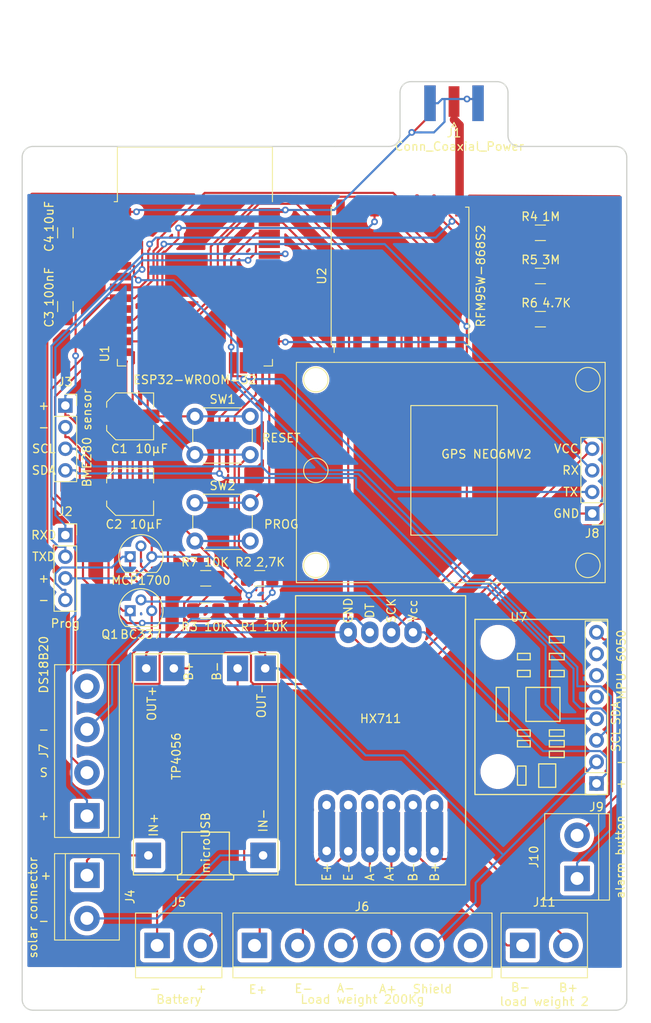
<source format=kicad_pcb>
(kicad_pcb (version 20171130) (host pcbnew "(5.1.4)-1")
  (layers (0 F.Cu signal) (31 B.Cu signal) (34 B.Paste user) (35 F.Paste user) (36 B.SilkS user) (37 F.SilkS user) (38 B.Mask user) (39 F.Mask user) (44 Edge.Cuts user))
  (net 0 "")
  (net 1 0)
  (net 2 "Net-(C1-Pad1)")
  (net 3 VCC)
  (net 4 "Net-(J1-Pad1)")
  (net 5 /RXD)
  (net 6 /TXD)
  (net 7 /SDA)
  (net 8 /SCL)
  (net 9 /deepsleep)
  (net 10 /Vin+)
  (net 11 /VBAT-)
  (net 12 /VBAT+)
  (net 13 "Net-(J6-Pad2)")
  (net 14 "Net-(J6-Pad3)")
  (net 15 "Net-(J6-Pad1)")
  (net 16 "Net-(J6-Pad4)")
  (net 17 /DS18)
  (net 18 /TX)
  (net 19 /RX)
  (net 20 /INT1)
  (net 21 /INT)
  (net 22 "Net-(Q1-Pad2)")
  (net 23 "Net-(R1-Pad2)")
  (net 24 "Net-(R2-Pad1)")
  (net 25 /CheckVbat+)
  (net 26 "Net-(R7-Pad1)")
  (net 27 /Prog)
  (net 28 "Net-(U1-Pad37)")
  (net 29 "Net-(U1-Pad31)")
  (net 30 "Net-(U1-Pad30)")
  (net 31 "Net-(U1-Pad29)")
  (net 32 "Net-(U1-Pad16)")
  (net 33 "Net-(U1-Pad13)")
  (net 34 "Net-(U1-Pad12)")
  (net 35 /SLK)
  (net 36 /DT)
  (net 37 /Vin-)
  (net 38 "Net-(J11-Pad1)")
  (net 39 "Net-(J11-Pad2)")
  (module Package_TO_SOT_THT:TO-92 (layer F.Cu) (at 50.8 96.52)
    (fp_text reference U3)
    (fp_text value MCP1700 (at 1.27 2.79) (layer F.SilkS))
    (pad 1 thru_hole rect (at 0 0 90) (size 1.3 1.3) (drill 0.75) (layers *.Cu *.Mask) (net 1 0))
    (pad 3 thru_hole circle (at 2.54 0 90) (size 1.3 1.3) (drill 0.75) (layers *.Cu *.Mask) (net 3 VCC))
    (pad 2 thru_hole circle (at 1.27 -1.27 90) (size 1.3 1.3) (drill 0.75) (layers *.Cu *.Mask) (net 2 "Net-(C1-Pad1)"))
  )
  (module TerminalBlock:TerminalBlock_bornier-6_P5.08mm (layer F.Cu) (at 65.4304 142.24)
    (fp_text reference J6 (at 12.65 -4.55) (layer F.SilkS))
    (fp_text value "Load weight 200Kg" (at 12.7 6.35) (layer F.SilkS))
    (pad 2 thru_hole circle (at 5.08 0) (size 3 3) (drill 1.52) (layers *.Cu *.Mask) (net 13 "Net-(J6-Pad2)"))
    (pad 3 thru_hole circle (at 10.16 0) (size 3 3) (drill 1.52) (layers *.Cu *.Mask) (net 14 "Net-(J6-Pad3)"))
    (pad 1 thru_hole rect (at 0 0) (size 3 3) (drill 1.52) (layers *.Cu *.Mask) (net 15 "Net-(J6-Pad1)"))
    (pad 4 thru_hole circle (at 15.24 0) (size 3 3) (drill 1.52) (layers *.Cu *.Mask) (net 16 "Net-(J6-Pad4)"))
    (pad 5 thru_hole circle (at 20.32 0) (size 3 3) (drill 1.52) (layers *.Cu *.Mask) (net 1 0))
    (pad 6 thru_hole circle (at 25.4 0) (size 3 3) (drill 1.52) (layers *.Cu *.Mask))
  )
  (module Capacitor_SMD:C_Elec_5x5.4 (layer F.Cu) (at 50.8 80.01)
    (fp_text reference C1 (at -1.27 3.81) (layer F.SilkS))
    (fp_text value 10µF (at 2.54 3.81) (layer F.SilkS))
    (pad 2 smd roundrect (at 2.0625 0) (size 2.775 1.6) (layers F.Cu F.Paste F.Mask) (roundrect_rratio 0.15625) (net 1 0))
    (pad 1 smd roundrect (at -2.0625 0) (size 2.775 1.6) (layers F.Cu F.Paste F.Mask) (roundrect_rratio 0.15625) (net 2 "Net-(C1-Pad1)"))
  )
  (module Capacitor_SMD:C_Elec_5x5.4 (layer F.Cu) (at 50.8 88.9)
    (fp_text reference C2 (at -1.905 3.81) (layer F.SilkS))
    (fp_text value 10µF (at 1.905 3.81) (layer F.SilkS))
    (pad 1 smd roundrect (at -2.0625 0) (size 2.775 1.6) (layers F.Cu F.Paste F.Mask) (roundrect_rratio 0.15625) (net 3 VCC))
    (pad 2 smd roundrect (at 2.0625 0) (size 2.775 1.6) (layers F.Cu F.Paste F.Mask) (roundrect_rratio 0.15625) (net 1 0))
  )
  (module Capacitor_SMD:C_1206_3216Metric_Pad1.42x1.75mm_HandSolder (layer F.Cu) (at 43.18 67.0925 90)
    (fp_text reference C3 (at -1.4875 -1.905 90) (layer F.SilkS))
    (fp_text value 100nF (at 2.3225 -1.905 90) (layer F.SilkS))
    (pad 2 smd roundrect (at 1.4875 0 90) (size 1.425 1.75) (layers F.Cu F.Paste F.Mask) (roundrect_rratio 0.175439) (net 3 VCC))
    (pad 1 smd roundrect (at -1.4875 0 90) (size 1.425 1.75) (layers F.Cu F.Paste F.Mask) (roundrect_rratio 0.175439) (net 1 0))
  )
  (module Capacitor_SMD:C_1206_3216Metric_Pad1.42x1.75mm_HandSolder (layer F.Cu) (at 43.18 58.42 270)
    (fp_text reference C4 (at 1.27 1.905 90) (layer F.SilkS))
    (fp_text value 10uF (at -1.905 1.905 90) (layer F.SilkS))
    (pad 1 smd roundrect (at -1.4875 0 270) (size 1.425 1.75) (layers F.Cu F.Paste F.Mask) (roundrect_rratio 0.175439) (net 1 0))
    (pad 2 smd roundrect (at 1.4875 0 270) (size 1.425 1.75) (layers F.Cu F.Paste F.Mask) (roundrect_rratio 0.175439) (net 3 VCC))
  )
  (module MountingHole:MountingHole_2.2mm_M2 (layer F.Cu) (at 93.98 106.68)
    (fp_text reference H1)
    (fp_text value MountingHole)
    (pad 1 np_thru_hole circle (at 0 0) (size 2.2 2.2) (drill 2.2) (layers *.Cu *.Mask))
  )
  (module MountingHole:MountingHole_2.2mm_M2 (layer F.Cu) (at 72.644 75.692)
    (fp_text reference H2)
    (fp_text value MountingHole)
    (pad 1 np_thru_hole circle (at 0 0) (size 2.2 2.2) (drill 2.2) (layers *.Cu *.Mask))
  )
  (module MountingHole:MountingHole_2.2mm_M2 (layer F.Cu) (at 72.644 97.536)
    (fp_text reference H3)
    (fp_text value MountingHole)
    (pad 1 np_thru_hole circle (at 0 0) (size 2.2 2.2) (drill 2.2) (layers *.Cu *.Mask))
  )
  (module Connector_Coaxial:SMA_Samtec_SMA-J-P-H-ST-EM1_EdgeMount (layer F.Cu) (at 88.9 43.18 90)
    (fp_text reference J1 (at -3.5 0) (layer F.SilkS))
    (fp_text value Conn_Coaxial_Power (at -5.08 0.635 180) (layer F.SilkS))
    (pad 2 smd rect (at 0 2.825 180) (size 1.35 4.2) (layers B.Cu B.Paste B.Mask) (net 1 0))
    (pad 2 smd rect (at 0 -2.825 180) (size 1.35 4.2) (layers B.Cu B.Paste B.Mask) (net 1 0))
    (pad 2 smd rect (at 0 2.825 180) (size 1.35 4.2) (layers F.Cu F.Paste F.Mask) (net 1 0))
    (pad 2 smd rect (at 0 -2.825 180) (size 1.35 4.2) (layers F.Cu F.Paste F.Mask) (net 1 0))
    (pad 1 smd rect (at 0.2 0 180) (size 1.27 3.6) (layers F.Cu F.Paste F.Mask) (net 4 "Net-(J1-Pad1)"))
  )
  (module Connector_PinSocket_2.54mm:PinSocket_1x04_P2.54mm_Vertical (layer F.Cu) (at 43.18 93.98)
    (fp_text reference J2 (at 0 -2.77) (layer F.SilkS))
    (fp_text value Prog (at 0 10.39) (layer F.SilkS))
    (pad 4 thru_hole oval (at 0 7.62) (size 1.7 1.7) (drill 1) (layers *.Cu *.Mask) (net 1 0))
    (pad 3 thru_hole oval (at 0 5.08) (size 1.7 1.7) (drill 1) (layers *.Cu *.Mask) (net 3 VCC))
    (pad 2 thru_hole oval (at 0 2.54) (size 1.7 1.7) (drill 1) (layers *.Cu *.Mask) (net 6 /TXD))
    (pad 1 thru_hole rect (at 0 0) (size 1.7 1.7) (drill 1) (layers *.Cu *.Mask) (net 5 /RXD))
  )
  (module Connector_PinSocket_2.54mm:PinSocket_1x04_P2.54mm_Vertical (layer F.Cu) (at 43.18 78.74)
    (fp_text reference J3 (at 0 -2.77) (layer F.SilkS))
    (fp_text value "BME280 sensor" (at 2.54 3.81 270) (layer F.SilkS))
    (pad 1 thru_hole rect (at 0 0) (size 1.7 1.7) (drill 1) (layers *.Cu *.Mask) (net 3 VCC))
    (pad 2 thru_hole oval (at 0 2.54) (size 1.7 1.7) (drill 1) (layers *.Cu *.Mask) (net 9 /deepsleep))
    (pad 3 thru_hole oval (at 0 5.08) (size 1.7 1.7) (drill 1) (layers *.Cu *.Mask) (net 8 /SCL))
    (pad 4 thru_hole oval (at 0 7.62) (size 1.7 1.7) (drill 1) (layers *.Cu *.Mask) (net 7 /SDA))
  )
  (module TerminalBlock:TerminalBlock_bornier-2_P5.08mm (layer F.Cu) (at 45.72 133.985 270)
    (fp_text reference J4 (at 2.54 -5.08 90) (layer F.SilkS))
    (fp_text value "solar connector" (at 3.81 6.35 90) (layer F.SilkS))
    (pad 2 thru_hole circle (at 5.08 0 270) (size 3 3) (drill 1.52) (layers *.Cu *.Mask) (net 37 /Vin-))
    (pad 1 thru_hole rect (at 0 0 270) (size 3 3) (drill 1.52) (layers *.Cu *.Mask) (net 10 /Vin+))
  )
  (module TerminalBlock:TerminalBlock_bornier-2_P5.08mm (layer F.Cu) (at 53.975 142.24)
    (fp_text reference J5 (at 2.54 -5.08) (layer F.SilkS))
    (fp_text value Battery (at 2.54 6.35) (layer F.SilkS))
    (pad 1 thru_hole rect (at 0 0) (size 3 3) (drill 1.52) (layers *.Cu *.Mask) (net 11 /VBAT-))
    (pad 2 thru_hole circle (at 5.08 0) (size 3 3) (drill 1.52) (layers *.Cu *.Mask) (net 12 /VBAT+))
  )
  (module TerminalBlock:TerminalBlock_bornier-4_P5.08mm (layer F.Cu) (at 45.72 127 90)
    (fp_text reference J7 (at 7.62 -5.08 90) (layer F.SilkS))
    (fp_text value DS18B20 (at 17.78 -5.08 90) (layer F.SilkS))
    (pad 2 thru_hole circle (at 5.08 0 90) (size 3 3) (drill 1.52) (layers *.Cu *.Mask) (net 17 /DS18))
    (pad 3 thru_hole circle (at 10.16 0 90) (size 3 3) (drill 1.52) (layers *.Cu *.Mask) (net 9 /deepsleep))
    (pad 1 thru_hole rect (at 0 0 90) (size 3 3) (drill 1.52) (layers *.Cu *.Mask) (net 3 VCC))
    (pad 4 thru_hole circle (at 15.24 0 90) (size 3 3) (drill 1.52) (layers *.Cu *.Mask))
  )
  (module Connector_PinHeader_2.54mm:PinHeader_1x04_P2.54mm_Vertical (layer F.Cu) (at 105.156 91.44 180)
    (fp_text reference J8 (at 0 -2.33) (layer F.SilkS))
    (fp_text value "GPS NEO6MV2" (at 12.446 6.985) (layer F.SilkS))
    (pad 1 thru_hole rect (at 0 0 180) (size 1.7 1.7) (drill 1) (layers *.Cu *.Mask) (net 9 /deepsleep))
    (pad 2 thru_hole oval (at 0 2.54 180) (size 1.7 1.7) (drill 1) (layers *.Cu *.Mask) (net 18 /TX))
    (pad 3 thru_hole oval (at 0 5.08 180) (size 1.7 1.7) (drill 1) (layers *.Cu *.Mask) (net 19 /RX))
    (pad 4 thru_hole oval (at 0 7.62 180) (size 1.7 1.7) (drill 1) (layers *.Cu *.Mask) (net 3 VCC))
  )
  (module Connector_PinSocket_2.54mm:PinSocket_1x08_P2.54mm_Vertical (layer F.Cu) (at 105.664 123.19 180)
    (fp_text reference J9 (at 0 -2.77) (layer F.SilkS))
    (fp_text value MPU-6050 (at -2.921 13.97 90) (layer F.SilkS))
    (pad 1 thru_hole rect (at 0 0 180) (size 1.7 1.7) (drill 1) (layers *.Cu *.Mask) (net 3 VCC))
    (pad 2 thru_hole oval (at 0 2.54 180) (size 1.7 1.7) (drill 1) (layers *.Cu *.Mask) (net 1 0))
    (pad 3 thru_hole oval (at 0 5.08 180) (size 1.7 1.7) (drill 1) (layers *.Cu *.Mask) (net 8 /SCL))
    (pad 4 thru_hole oval (at 0 7.62 180) (size 1.7 1.7) (drill 1) (layers *.Cu *.Mask) (net 7 /SDA))
    (pad 5 thru_hole oval (at 0 10.16 180) (size 1.7 1.7) (drill 1) (layers *.Cu *.Mask))
    (pad 6 thru_hole oval (at 0 12.7 180) (size 1.7 1.7) (drill 1) (layers *.Cu *.Mask))
    (pad 7 thru_hole oval (at 0 15.24 180) (size 1.7 1.7) (drill 1) (layers *.Cu *.Mask))
    (pad 8 thru_hole oval (at 0 17.78 180) (size 1.7 1.7) (drill 1) (layers *.Cu *.Mask) (net 20 /INT1))
  )
  (module TerminalBlock:TerminalBlock_bornier-2_P5.08mm (layer F.Cu) (at 103.378 134.366 90)
    (fp_text reference J10 (at 2.54 -5.08 90) (layer F.SilkS))
    (fp_text value "alarm button" (at 2.54 5.08 90) (layer F.SilkS))
    (pad 1 thru_hole rect (at 0 0 90) (size 3 3) (drill 1.52) (layers *.Cu *.Mask) (net 21 /INT))
    (pad 2 thru_hole circle (at 5.08 0 90) (size 3 3) (drill 1.52) (layers *.Cu *.Mask) (net 20 /INT1))
  )
  (module Resistor_SMD:R_1206_3216Metric_Pad1.42x1.75mm_HandSolder (layer F.Cu) (at 66.2575 102.87)
    (fp_text reference R1 (at -1.4875 1.905) (layer F.SilkS))
    (fp_text value 10K (at 1.6875 1.905) (layer F.SilkS))
    (pad 1 smd roundrect (at -1.4875 0) (size 1.425 1.75) (layers F.Cu F.Paste F.Mask) (roundrect_rratio 0.175439) (net 3 VCC))
    (pad 2 smd roundrect (at 1.4875 0) (size 1.425 1.75) (layers F.Cu F.Paste F.Mask) (roundrect_rratio 0.175439) (net 23 "Net-(R1-Pad2)"))
  )
  (module Resistor_SMD:R_1206_3216Metric_Pad1.42x1.75mm_HandSolder (layer F.Cu) (at 66.04 99.06)
    (fp_text reference R2 (at -1.905 -1.905) (layer F.SilkS))
    (fp_text value 2,7K (at 1.27 -1.905) (layer F.SilkS))
    (pad 2 smd roundrect (at 1.4875 0) (size 1.425 1.75) (layers F.Cu F.Paste F.Mask) (roundrect_rratio 0.175439) (net 22 "Net-(Q1-Pad2)"))
    (pad 1 smd roundrect (at -1.4875 0) (size 1.425 1.75) (layers F.Cu F.Paste F.Mask) (roundrect_rratio 0.175439) (net 24 "Net-(R2-Pad1)"))
  )
  (module Resistor_SMD:R_1206_3216Metric_Pad1.42x1.75mm_HandSolder (layer F.Cu) (at 59.69 102.87)
    (fp_text reference R3 (at -1.905 1.905) (layer F.SilkS))
    (fp_text value 10K (at 1.27 1.905) (layer F.SilkS))
    (pad 1 smd roundrect (at -1.4875 0) (size 1.425 1.75) (layers F.Cu F.Paste F.Mask) (roundrect_rratio 0.175439) (net 24 "Net-(R2-Pad1)"))
    (pad 2 smd roundrect (at 1.4875 0) (size 1.425 1.75) (layers F.Cu F.Paste F.Mask) (roundrect_rratio 0.175439) (net 1 0))
  )
  (module Resistor_SMD:R_1206_3216Metric_Pad1.42x1.75mm_HandSolder (layer F.Cu) (at 99.06 58.42)
    (fp_text reference R4 (at -1.27 -1.905) (layer F.SilkS))
    (fp_text value 1M (at 1.27 -1.905) (layer F.SilkS))
    (pad 2 smd roundrect (at 1.4875 0) (size 1.425 1.75) (layers F.Cu F.Paste F.Mask) (roundrect_rratio 0.175439) (net 25 /CheckVbat+))
    (pad 1 smd roundrect (at -1.4875 0) (size 1.425 1.75) (layers F.Cu F.Paste F.Mask) (roundrect_rratio 0.175439) (net 12 /VBAT+))
  )
  (module Resistor_SMD:R_1206_3216Metric_Pad1.42x1.75mm_HandSolder (layer F.Cu) (at 99.06 63.5)
    (fp_text reference R5 (at -1.27 -1.905) (layer F.SilkS))
    (fp_text value 3M (at 1.27 -1.905) (layer F.SilkS))
    (pad 1 smd roundrect (at -1.4875 0) (size 1.425 1.75) (layers F.Cu F.Paste F.Mask) (roundrect_rratio 0.175439) (net 25 /CheckVbat+))
    (pad 2 smd roundrect (at 1.4875 0) (size 1.425 1.75) (layers F.Cu F.Paste F.Mask) (roundrect_rratio 0.175439) (net 9 /deepsleep))
  )
  (module Resistor_SMD:R_1206_3216Metric_Pad1.42x1.75mm_HandSolder (layer F.Cu) (at 99.06 68.58)
    (fp_text reference R6 (at -1.27 -1.905) (layer F.SilkS))
    (fp_text value 4.7K (at 1.905 -1.905) (layer F.SilkS))
    (pad 1 smd roundrect (at -1.4875 0) (size 1.425 1.75) (layers F.Cu F.Paste F.Mask) (roundrect_rratio 0.175439) (net 3 VCC))
    (pad 2 smd roundrect (at 1.4875 0) (size 1.425 1.75) (layers F.Cu F.Paste F.Mask) (roundrect_rratio 0.175439) (net 17 /DS18))
  )
  (module Resistor_SMD:R_1206_3216Metric_Pad1.42x1.75mm_HandSolder (layer F.Cu) (at 59.69 99.06)
    (fp_text reference R7 (at -1.905 -1.905) (layer F.SilkS))
    (fp_text value 10K (at 1.27 -1.905) (layer F.SilkS))
    (pad 2 smd roundrect (at 1.4875 0) (size 1.425 1.75) (layers F.Cu F.Paste F.Mask) (roundrect_rratio 0.175439) (net 1 0))
    (pad 1 smd roundrect (at -1.4875 0) (size 1.425 1.75) (layers F.Cu F.Paste F.Mask) (roundrect_rratio 0.175439) (net 26 "Net-(R7-Pad1)"))
  )
  (module Button_Switch_THT:SW_PUSH_6mm_H5mm (layer F.Cu) (at 58.42 80.01)
    (fp_text reference SW1 (at 3.25 -2) (layer F.SilkS))
    (fp_text value RESET (at 10.16 2.54) (layer F.SilkS))
    (pad 1 thru_hole circle (at 6.5 0 90) (size 2 2) (drill 1.1) (layers *.Cu *.Mask) (net 1 0))
    (pad 2 thru_hole circle (at 6.5 4.5 90) (size 2 2) (drill 1.1) (layers *.Cu *.Mask) (net 23 "Net-(R1-Pad2)"))
    (pad 1 thru_hole circle (at 0 0 90) (size 2 2) (drill 1.1) (layers *.Cu *.Mask) (net 1 0))
    (pad 2 thru_hole circle (at 0 4.5 90) (size 2 2) (drill 1.1) (layers *.Cu *.Mask) (net 23 "Net-(R1-Pad2)"))
  )
  (module Button_Switch_THT:SW_PUSH_6mm_H5mm (layer F.Cu) (at 58.42 90.17)
    (fp_text reference SW2 (at 3.25 -2) (layer F.SilkS))
    (fp_text value PROG (at 10.16 2.54) (layer F.SilkS))
    (pad 2 thru_hole circle (at 0 4.5 90) (size 2 2) (drill 1.1) (layers *.Cu *.Mask) (net 1 0))
    (pad 1 thru_hole circle (at 0 0 90) (size 2 2) (drill 1.1) (layers *.Cu *.Mask) (net 27 /Prog))
    (pad 2 thru_hole circle (at 6.5 4.5 90) (size 2 2) (drill 1.1) (layers *.Cu *.Mask) (net 1 0))
    (pad 1 thru_hole circle (at 6.5 0 90) (size 2 2) (drill 1.1) (layers *.Cu *.Mask) (net 27 /Prog))
  )
  (module esp32-wroom:ESP32-WROOM-32 (layer F.Cu) (at 58.42 64.205)
    (fp_text reference U1 (at -10.61 8.43 90) (layer F.SilkS))
    (fp_text value ESP32-WROOM-32 (at 0 11.5) (layer F.SilkS))
    (pad 38 smd rect (at 8.75 -8.255) (size 2.5 0.9) (layers F.Cu F.Paste F.Mask) (net 1 0))
    (pad 37 smd rect (at 8.75 -6.985) (size 2.5 0.9) (layers F.Cu F.Paste F.Mask) (net 28 "Net-(U1-Pad37)"))
    (pad 36 smd rect (at 8.75 -5.715) (size 2.5 0.9) (layers F.Cu F.Paste F.Mask) (net 8 /SCL))
    (pad 35 smd rect (at 8.75 -4.445) (size 2.5 0.9) (layers F.Cu F.Paste F.Mask) (net 5 /RXD))
    (pad 34 smd rect (at 8.75 -3.175) (size 2.5 0.9) (layers F.Cu F.Paste F.Mask) (net 6 /TXD))
    (pad 33 smd rect (at 8.75 -1.905) (size 2.5 0.9) (layers F.Cu F.Paste F.Mask) (net 7 /SDA))
    (pad 32 smd rect (at 8.75 -0.635) (size 2.5 0.9) (layers F.Cu F.Paste F.Mask))
    (pad 31 smd rect (at 8.75 0.635) (size 2.5 0.9) (layers F.Cu F.Paste F.Mask) (net 29 "Net-(U1-Pad31)"))
    (pad 30 smd rect (at 8.75 1.905) (size 2.5 0.9) (layers F.Cu F.Paste F.Mask) (net 30 "Net-(U1-Pad30)"))
    (pad 29 smd rect (at 8.75 3.175) (size 2.5 0.9) (layers F.Cu F.Paste F.Mask) (net 31 "Net-(U1-Pad29)"))
    (pad 28 smd rect (at 8.75 4.445) (size 2.5 0.9) (layers F.Cu F.Paste F.Mask))
    (pad 27 smd rect (at 8.75 5.715) (size 2.5 0.9) (layers F.Cu F.Paste F.Mask) (net 24 "Net-(R2-Pad1)"))
    (pad 26 smd rect (at 8.75 6.985) (size 2.5 0.9) (layers F.Cu F.Paste F.Mask) (net 19 /RX))
    (pad 25 smd rect (at 8.75 8.255) (size 2.5 0.9) (layers F.Cu F.Paste F.Mask) (net 27 /Prog))
    (pad 24 smd rect (at 5.715 9.505 90) (size 2.5 0.9) (layers F.Cu F.Paste F.Mask))
    (pad 23 smd rect (at 4.445 9.505 90) (size 2.5 0.9) (layers F.Cu F.Paste F.Mask) (net 18 /TX))
    (pad 22 smd rect (at 3.175 9.505 90) (size 2.5 0.9) (layers F.Cu F.Paste F.Mask))
    (pad 21 smd rect (at 1.905 9.505 90) (size 2.5 0.9) (layers F.Cu F.Paste F.Mask))
    (pad 20 smd rect (at 0.635 9.505 90) (size 2.5 0.9) (layers F.Cu F.Paste F.Mask))
    (pad 19 smd rect (at -0.635 9.505 90) (size 2.5 0.9) (layers F.Cu F.Paste F.Mask))
    (pad 18 smd rect (at -1.905 9.505 90) (size 2.5 0.9) (layers F.Cu F.Paste F.Mask))
    (pad 17 smd rect (at -3.175 9.505 90) (size 2.5 0.9) (layers F.Cu F.Paste F.Mask))
    (pad 16 smd rect (at -4.445 9.505 90) (size 2.5 0.9) (layers F.Cu F.Paste F.Mask) (net 32 "Net-(U1-Pad16)"))
    (pad 15 smd rect (at -5.715 9.505 90) (size 2.5 0.9) (layers F.Cu F.Paste F.Mask) (net 1 0))
    (pad 14 smd rect (at -8.75 8.255) (size 2.5 0.9) (layers F.Cu F.Paste F.Mask) (net 26 "Net-(R7-Pad1)"))
    (pad 13 smd rect (at -8.75 6.985) (size 2.5 0.9) (layers F.Cu F.Paste F.Mask) (net 33 "Net-(U1-Pad13)"))
    (pad 12 smd rect (at -8.75 5.715) (size 2.5 0.9) (layers F.Cu F.Paste F.Mask) (net 34 "Net-(U1-Pad12)"))
    (pad 11 smd rect (at -8.75 4.445) (size 2.5 0.9) (layers F.Cu F.Paste F.Mask) (net 35 /SLK))
    (pad 10 smd rect (at -8.75 3.175) (size 2.5 0.9) (layers F.Cu F.Paste F.Mask) (net 36 /DT))
    (pad 9 smd rect (at -8.75 1.905) (size 2.5 0.9) (layers F.Cu F.Paste F.Mask) (net 17 /DS18))
    (pad 8 smd rect (at -8.75 0.635) (size 2.5 0.9) (layers F.Cu F.Paste F.Mask) (net 25 /CheckVbat+))
    (pad 7 smd rect (at -8.75 -0.635) (size 2.5 0.9) (layers F.Cu F.Paste F.Mask))
    (pad 6 smd rect (at -8.75 -1.905) (size 2.5 0.9) (layers F.Cu F.Paste F.Mask) (net 21 /INT))
    (pad 5 smd rect (at -8.75 -3.175) (size 2.5 0.9) (layers F.Cu F.Paste F.Mask))
    (pad 4 smd rect (at -8.75 -4.445) (size 2.5 0.9) (layers F.Cu F.Paste F.Mask))
    (pad 3 smd rect (at -8.75 -5.715) (size 2.5 0.9) (layers F.Cu F.Paste F.Mask) (net 23 "Net-(R1-Pad2)"))
    (pad 2 smd rect (at -8.75 -6.985) (size 2.5 0.9) (layers F.Cu F.Paste F.Mask) (net 3 VCC))
    (pad 1 smd rect (at -8.75 -8.255) (size 2.5 0.9) (layers F.Cu F.Paste F.Mask) (net 1 0))
    (pad 39 smd rect (at -1 -0.755) (size 5 5) (layers F.Cu F.Paste F.Mask))
  )
  (module RF_Module:HOPERF_RFM9XW_SMD (layer F.Cu) (at 82.55 63.5 90)
    (fp_text reference U2 (at 0 -9.2 90) (layer F.SilkS))
    (fp_text value RFM95W-868S2 (at 0 9.5 90) (layer F.SilkS))
    (pad 1 smd rect (at -8 -7 90) (size 2 1) (layers F.Cu F.Paste F.Mask) (net 9 /deepsleep))
    (pad 2 smd rect (at -8 -5 90) (size 2 1) (layers F.Cu F.Paste F.Mask) (net 29 "Net-(U1-Pad31)"))
    (pad 3 smd rect (at -8 -3 90) (size 2 1) (layers F.Cu F.Paste F.Mask) (net 28 "Net-(U1-Pad37)"))
    (pad 4 smd rect (at -8 -1 90) (size 2 1) (layers F.Cu F.Paste F.Mask) (net 30 "Net-(U1-Pad30)"))
    (pad 5 smd rect (at -8 1 90) (size 2 1) (layers F.Cu F.Paste F.Mask) (net 31 "Net-(U1-Pad29)"))
    (pad 6 smd rect (at -8 3 90) (size 2 1) (layers F.Cu F.Paste F.Mask) (net 32 "Net-(U1-Pad16)"))
    (pad 7 smd rect (at -8 5 90) (size 2 1) (layers F.Cu F.Paste F.Mask))
    (pad 8 smd rect (at -8 7 90) (size 2 1) (layers F.Cu F.Paste F.Mask) (net 9 /deepsleep))
    (pad 9 smd rect (at 8 7 90) (size 2 1) (layers F.Cu F.Paste F.Mask) (net 4 "Net-(J1-Pad1)"))
    (pad 10 smd rect (at 8 5 90) (size 2 1) (layers F.Cu F.Paste F.Mask) (net 9 /deepsleep))
    (pad 11 smd rect (at 8 3 90) (size 2 1) (layers F.Cu F.Paste F.Mask))
    (pad 12 smd rect (at 8 1 90) (size 2 1) (layers F.Cu F.Paste F.Mask))
    (pad 13 smd rect (at 8 -1 90) (size 2 1) (layers F.Cu F.Paste F.Mask) (net 3 VCC))
    (pad 14 smd rect (at 8 -3 90) (size 2 1) (layers F.Cu F.Paste F.Mask) (net 34 "Net-(U1-Pad12)"))
    (pad 15 smd rect (at 8 -5 90) (size 2 1) (layers F.Cu F.Paste F.Mask) (net 33 "Net-(U1-Pad13)"))
    (pad 16 smd rect (at 8 -7 90) (size 2 1) (layers F.Cu F.Paste F.Mask))
  )
  (module TP4056:4056E_LiIon_loader_SMT (layer F.Cu) (at 59.69 120.65 90)
    (fp_text reference U4)
    (fp_text value TP4056 (at 0.66 -3.46 90) (layer F.SilkS))
    (fp_text user IN+ (at -7.43 -6.13 90) (layer F.SilkS))
    (fp_text user IN- (at -6.9 6.76 90) (layer F.SilkS))
    (fp_text user OUT+ (at 6.87 -6.348 90) (layer F.SilkS))
    (fp_text user OUT- (at 7.19 6.556 90) (layer F.SilkS))
    (fp_text user B+ (at 10.674 -2.012 90) (layer F.SilkS))
    (fp_text user B- (at 10.674 1.29 90) (layer F.SilkS))
    (fp_text user microUSB (at -9.538 -0.014 270) (layer F.SilkS))
    (pad 4 thru_hole rect (at 11 3.75 90) (size 3 2.5) (drill 1) (layers *.Cu *.Mask) (net 11 /VBAT-))
    (pad 3 thru_hole rect (at 11 -3.75 90) (size 3 2.5) (drill 1) (layers *.Cu *.Mask) (net 12 /VBAT+))
    (pad 5 thru_hole rect (at 11 -7 90) (size 3 2.5) (drill 1) (layers *.Cu *.Mask) (net 2 "Net-(C1-Pad1)"))
    (pad 6 thru_hole rect (at 11 7 90) (size 3 2.5) (drill 1) (layers *.Cu *.Mask) (net 1 0))
    (pad 2 thru_hole rect (at -11 6.75 90) (size 3 3) (drill 1) (layers *.Cu *.Mask) (net 37 /Vin-))
    (pad 1 thru_hole rect (at -11 -6.75 90) (size 3 3) (drill 1) (layers *.Cu *.Mask) (net 10 /Vin+))
  )
  (module "hx711:HX711 module" (layer F.Cu) (at 80.264 118.11)
    (fp_text reference U5)
    (fp_text value HX711 (at 0 -2.54) (layer F.SilkS))
    (fp_text user B- (at 3.81 15.494 90 unlocked) (layer F.SilkS))
    (fp_text user B+ (at 6.35 15.494 90 unlocked) (layer F.SilkS))
    (fp_text user A+ (at 1.016 15.494 90 unlocked) (layer F.SilkS))
    (fp_text user A- (at -1.27 15.494 90 unlocked) (layer F.SilkS))
    (fp_text user E- (at -3.81 15.494 90 unlocked) (layer F.SilkS))
    (fp_text user E+ (at -6.35 15.494 90 unlocked) (layer F.SilkS))
    (fp_text user Vcc (at 3.81 -15.24 90 unlocked) (layer F.SilkS))
    (fp_text user SCK (at 1.27 -15.24 90 unlocked) (layer F.SilkS))
    (fp_text user DT (at -1.27 -15.24 90 unlocked) (layer F.SilkS))
    (fp_text user GND (at -3.81 -15.24 90 unlocked) (layer F.SilkS))
    (pad 7 thru_hole custom (at -1.27 13.054) (size 2 2) (drill oval 1) (layers *.Cu *.Mask) (net 14 "Net-(J6-Pad3)") (options (clearance outline) (anchor circle)) (primitives (gr_poly (pts (xy -1.016 0) (xy -1.016 -4.6101) (xy 1.016 -4.6101) (xy 1.016 0)) (width 0)) (gr_arc (start 0 0.3175) (end -0.6858 0.3175) (angle -180) (width 0.635))))
    (pad 10 thru_hole oval (at 6.35 7.62) (size 2.032 2.54) (drill 1) (layers *.Cu *.Mask) (net 39 "Net-(J11-Pad2)"))
    (pad 9 thru_hole oval (at 3.81 7.62) (size 2.032 2.54) (drill 1) (layers *.Cu *.Mask) (net 38 "Net-(J11-Pad1)"))
    (pad 8 thru_hole oval (at 1.27 7.62) (size 2.032 2.54) (drill 1) (layers *.Cu *.Mask) (net 16 "Net-(J6-Pad4)"))
    (pad 7 thru_hole oval (at -1.27 7.62) (size 2 2.54) (drill 1) (layers *.Cu *.Mask) (net 14 "Net-(J6-Pad3)"))
    (pad 10 thru_hole custom (at 6.35 13.054) (size 2 2) (drill 1) (layers *.Cu *.Mask) (net 39 "Net-(J11-Pad2)") (options (clearance outline) (anchor circle)) (primitives (gr_poly (pts (xy -1.016 0) (xy -1.016 -4.6101) (xy 1.016 -4.6101) (xy 1.016 0)) (width 0)) (gr_arc (start 0 0.3175) (end -0.6858 0.3175) (angle -180) (width 0.635))))
    (pad 9 thru_hole custom (at 3.81 13.054) (size 2 2) (drill 1) (layers *.Cu *.Mask) (net 38 "Net-(J11-Pad1)") (options (clearance outline) (anchor circle)) (primitives (gr_poly (pts (xy -1.016 0) (xy -1.016 -4.6101) (xy 1.016 -4.6101) (xy 1.016 0)) (width 0)) (gr_arc (start 0 0.3175) (end -0.6858 0.3175) (angle -180) (width 0.635))))
    (pad 8 thru_hole custom (at 1.27 13.054) (size 2 2) (drill 1) (layers *.Cu *.Mask) (net 16 "Net-(J6-Pad4)") (options (clearance outline) (anchor circle)) (primitives (gr_poly (pts (xy -1.016 0) (xy -1.016 -4.6101) (xy 1.016 -4.6101) (xy 1.016 0)) (width 0)) (gr_arc (start 0 0.3175) (end -0.6858 0.3175) (angle -180) (width 0.635))))
    (pad 4 thru_hole oval (at -3.81 -12.7) (size 2.032 2.54) (drill 1) (layers *.Cu *.Mask) (net 9 /deepsleep))
    (pad 3 thru_hole oval (at -1.27 -12.7) (size 2.032 2.54) (drill 1) (layers *.Cu *.Mask) (net 36 /DT))
    (pad 2 thru_hole oval (at 1.27 -12.7) (size 2.032 2.54) (drill 1) (layers *.Cu *.Mask) (net 35 /SLK))
    (pad 1 thru_hole oval (at 3.81 -12.7) (size 2.032 2.54) (drill 1) (layers *.Cu *.Mask) (net 3 VCC))
    (pad 5 thru_hole oval (at -6.35 7.62) (size 2 2.54) (drill 1) (layers *.Cu *.Mask) (net 15 "Net-(J6-Pad1)"))
    (pad 5 thru_hole custom (at -6.35 13.0175) (size 2 2) (drill oval 1) (layers *.Cu *.Mask) (net 15 "Net-(J6-Pad1)") (options (clearance outline) (anchor circle)) (primitives (gr_poly (pts (xy -1 0) (xy -1 -4.6101) (xy 1 -4.6101) (xy 1 0)) (width 0)) (gr_arc (start 0 0.3175) (end -0.6858 0.3175) (angle -180) (width 0.635))))
    (pad 6 thru_hole custom (at -3.81 13.054) (size 2 2) (drill oval 1) (layers *.Cu *.Mask) (net 13 "Net-(J6-Pad2)") (options (clearance outline) (anchor circle)) (primitives (gr_poly (pts (xy -1.016 0) (xy -1.016 -4.6101) (xy 1.016 -4.6101) (xy 1.016 0)) (width 0)) (gr_arc (start 0 0.3175) (end -0.6858 0.3175) (angle -180) (width 0.635))))
    (pad 6 thru_hole oval (at -3.81 7.62) (size 2 2.54) (drill 1) (layers *.Cu *.Mask) (net 13 "Net-(J6-Pad2)"))
  )
  (module hx711:MPU6050 (layer F.Cu) (at 105.664 123.19 90)
    (fp_text reference U6)
    (fp_text value MPU-6050)
    (pad 1 thru_hole circle (at 0 0 90) (size 1.75 1.75) (drill 1) (layers *.Cu *.Mask) (net 3 VCC))
    (pad "" np_thru_hole circle (at 1.4 -11.6 90) (size 3.1 3.1) (drill 3.1) (layers *.Cu *.Mask))
    (pad "" np_thru_hole circle (at 16.6 -11.6 90) (size 3.1 3.1) (drill 3.1) (layers *.Cu *.Mask))
    (pad 2 thru_hole circle (at 2.54 0 90) (size 1.75 1.75) (drill 1) (layers *.Cu *.Mask) (net 1 0))
    (pad 3 thru_hole circle (at 5.08 0 90) (size 1.75 1.75) (drill 1) (layers *.Cu *.Mask) (net 8 /SCL))
    (pad 4 thru_hole circle (at 7.62 0 90) (size 1.75 1.75) (drill 1) (layers *.Cu *.Mask) (net 7 /SDA))
    (pad 5 thru_hole circle (at 10.16 0 90) (size 1.75 1.75) (drill 1) (layers *.Cu *.Mask))
    (pad 6 thru_hole circle (at 12.7 0 90) (size 1.75 1.75) (drill 1) (layers *.Cu *.Mask))
    (pad 7 thru_hole circle (at 15.24 0 90) (size 1.75 1.75) (drill 1) (layers *.Cu *.Mask))
    (pad 8 thru_hole circle (at 17.78 0 90) (size 1.75 1.75) (drill 1) (layers *.Cu *.Mask) (net 20 /INT1))
  )
  (module hx711:GY-NEO6 (layer F.Cu) (at 96.52 104.14 180)
    (fp_text reference U7 (at 0 0.5) (layer F.SilkS))
    (fp_text value GY-NEO6MV2)
    (fp_text user GND (at -5.588 12.7) (layer F.SilkS))
    (fp_text user TX (at -6.096 15.24) (layer F.SilkS))
    (fp_text user RX (at -6.096 17.78) (layer F.SilkS))
    (fp_text user VCC (at -5.588 20.32) (layer F.SilkS))
    (pad 1 thru_hole circle (at -8.636 12.7 180) (size 1.524 1.524) (drill 0.762) (layers *.Cu *.Mask) (net 9 /deepsleep))
    (pad 2 thru_hole circle (at -8.636 15.24 180) (size 1.524 1.524) (drill 0.762) (layers *.Cu *.Mask) (net 18 /TX))
    (pad 3 thru_hole circle (at -8.636 17.78 180) (size 1.524 1.524) (drill 0.762) (layers *.Cu *.Mask) (net 19 /RX))
    (pad 4 thru_hole circle (at -8.636 20.32 180) (size 1.524 1.524) (drill 0.762) (layers *.Cu *.Mask) (net 3 VCC))
  )
  (module MountingHole:MountingHole_2.2mm_M2 (layer F.Cu) (at 106.934 147.32)
    (fp_text reference H4)
    (fp_text value MountingHole)
    (pad 1 np_thru_hole circle (at 0 0) (size 2.2 2.2) (drill 2.2) (layers *.Cu *.Mask))
  )
  (module MountingHole:MountingHole_2.2mm_M2 (layer F.Cu) (at 106.68 50.8)
    (fp_text reference H5)
    (fp_text value MountingHole)
    (pad 1 np_thru_hole circle (at 0 0) (size 2.2 2.2) (drill 2.2) (layers *.Cu *.Mask))
  )
  (module MountingHole:MountingHole_2.2mm_M2 (layer F.Cu) (at 40.64 147.32)
    (fp_text reference H6)
    (fp_text value MountingHole)
    (pad 1 np_thru_hole circle (at 0 0) (size 2.2 2.2) (drill 2.2) (layers *.Cu *.Mask))
  )
  (module TerminalBlock:TerminalBlock_bornier-2_P5.08mm (layer F.Cu) (at 96.9772 142.24)
    (fp_text reference J11 (at 2.54 -5.08) (layer F.SilkS))
    (fp_text value "load weight 2" (at 2.54 6.604) (layer F.SilkS))
    (pad 1 thru_hole rect (at 0 0) (size 3 3) (drill 1.52) (layers *.Cu *.Mask) (net 38 "Net-(J11-Pad1)"))
    (pad 2 thru_hole circle (at 5.08 0) (size 3 3) (drill 1.52) (layers *.Cu *.Mask) (net 39 "Net-(J11-Pad2)"))
  )
  (module Package_TO_SOT_THT:TO-92 (layer F.Cu) (at 50.8 102.87)
    (fp_text reference Q1 (at -2.3876 2.794) (layer F.SilkS))
    (fp_text value BC337 (at 1.27 2.79) (layer F.SilkS))
    (pad 2 thru_hole circle (at 1.27 -1.27 90) (size 1.3 1.3) (drill 0.75) (layers *.Cu *.Mask) (net 22 "Net-(Q1-Pad2)"))
    (pad 3 thru_hole circle (at 2.54 0 90) (size 1.3 1.3) (drill 0.75) (layers *.Cu *.Mask) (net 1 0))
    (pad 1 thru_hole rect (at 0 0 90) (size 1.3 1.3) (drill 0.75) (layers *.Cu *.Mask) (net 9 /deepsleep))
  )
  (gr_text B+ (at 102.362 147.2184) (layer F.SilkS) (effects (font (size 1 1))))
  (gr_text B- (at 96.7232 147.1676) (layer F.SilkS) (effects (font (size 1 1))))
  (gr_text SDA (at 107.95 114.935 90) (layer F.SilkS) (effects (font (size 1 1))))
  (gr_text SCL (at 107.95 118.11 90) (layer F.SilkS) (effects (font (size 1 1))))
  (gr_text - (at 108.585 120.65) (layer F.SilkS) (effects (font (size 1 1))))
  (gr_text + (at 108.585 123.19) (layer F.SilkS) (effects (font (size 1 1))))
  (gr_text + (at 40.64 78.74) (layer F.SilkS) (effects (font (size 1 1))))
  (gr_text - (at 40.64 81.28) (layer F.SilkS) (effects (font (size 1 1))))
  (gr_text SCL (at 40.64 83.82) (layer F.SilkS) (effects (font (size 1 1))))
  (gr_text SDA (at 40.64 86.36) (layer F.SilkS) (effects (font (size 1 1))))
  (gr_text RXD (at 40.64 93.98) (layer F.SilkS) (effects (font (size 1 1))))
  (gr_text TXD (at 40.64 96.52) (layer F.SilkS) (effects (font (size 1 1))))
  (gr_text + (at 40.64 99.06) (layer F.SilkS) (effects (font (size 1 1))))
  (gr_text - (at 40.64 101.6) (layer F.SilkS) (effects (font (size 1 1))))
  (gr_text - (at 40.64 116.84) (layer F.SilkS) (effects (font (size 1 1))))
  (gr_text S (at 40.64 121.92) (layer F.SilkS) (effects (font (size 1 1))))
  (gr_text + (at 40.64 127) (layer F.SilkS) (effects (font (size 1 1))))
  (gr_text Shield (at 86.36 147.3708) (layer F.SilkS) (effects (font (size 1 1))))
  (gr_text A- (at 76.1492 147.2692) (layer F.SilkS) (effects (font (size 1 1))))
  (gr_text A+ (at 81.1276 147.3708) (layer F.SilkS) (effects (font (size 1 1))))
  (gr_text E- (at 71.2216 147.32) (layer F.SilkS) (effects (font (size 1 1))))
  (gr_text E+ (at 65.8368 147.4216) (layer F.SilkS) (effects (font (size 1 1))))
  (gr_text + (at 59.182 147.32) (layer F.SilkS) (effects (font (size 1 1))))
  (gr_text - (at 53.7464 147.32) (layer F.SilkS) (effects (font (size 1 1))))
  (gr_text + (at 40.894 134.0104) (layer F.SilkS) (effects (font (size 1 1))))
  (gr_text - (at 40.64 139.3444) (layer F.SilkS) (effects (font (size 1 1))))
  (gr_line (start 74.93 48.26) (end 81.28 48.26) (layer Edge.Cuts) (width 0.15))
  (gr_arc (start 96.52 46.99) (end 95.25 46.99) (angle -90) (layer Edge.Cuts) (width 0.15))
  (gr_arc (start 93.98 41.91) (end 95.25 41.91) (angle -90) (layer Edge.Cuts) (width 0.15))
  (gr_arc (start 83.82 41.91) (end 83.82 40.64) (angle -90) (layer Edge.Cuts) (width 0.15))
  (gr_arc (start 81.28 46.99) (end 81.28 48.26) (angle -90) (layer Edge.Cuts) (width 0.15))
  (gr_line (start 96.52 48.26) (end 107.95 48.26) (layer Edge.Cuts) (width 0.15))
  (gr_line (start 95.25 41.91) (end 95.25 46.99) (layer Edge.Cuts) (width 0.15))
  (gr_line (start 83.82 40.64) (end 93.98 40.64) (layer Edge.Cuts) (width 0.15))
  (gr_line (start 82.55 46.99) (end 82.55 41.91) (layer Edge.Cuts) (width 0.15))
  (gr_arc (start 107.95 49.53) (end 109.22 49.53) (angle -90) (layer Edge.Cuts) (width 0.15))
  (gr_arc (start 39.37 49.53) (end 39.37 48.26) (angle -90) (layer Edge.Cuts) (width 0.15))
  (gr_arc (start 39.37 148.59) (end 38.1 148.59) (angle -90) (layer Edge.Cuts) (width 0.15))
  (gr_arc (start 107.95 148.59) (end 107.95 149.86) (angle -90) (layer Edge.Cuts) (width 0.15))
  (gr_line (start 109.22 148.59) (end 109.22 49.53) (layer Edge.Cuts) (width 0.15))
  (gr_line (start 39.37 149.86) (end 107.95 149.86) (layer Edge.Cuts) (width 0.15))
  (gr_line (start 38.1 148.59) (end 38.1 49.53) (layer Edge.Cuts) (width 0.15))
  (gr_line (start 74.93 48.26) (end 39.37 48.26) (layer Edge.Cuts) (width 0.15))
  (segment (start 51.2453 55.95) (end 51.5478 55.95) (width 0.25) (layer F.Cu) (net 1))
  (segment (start 69.0592 55.735) (end 51.7628 55.735) (width 0.25) (layer B.Cu) (net 1))
  (segment (start 51.7628 55.735) (end 51.5478 55.95) (width 0.25) (layer B.Cu) (net 1))
  (segment (start 49.67 55.95) (end 51.2453 55.95) (width 0.25) (layer F.Cu) (net 1))
  (segment (start 94.6997 131.614) (end 91.44 134.874) (width 0.25) (layer B.Cu) (net 1))
  (segment (start 66.69 109.65) (end 68.2653 109.65) (width 0.25) (layer B.Cu) (net 1))
  (segment (start 68.2653 109.65) (end 78.4978 119.882) (width 0.25) (layer B.Cu) (net 1))
  (segment (start 78.4978 119.882) (end 82.9678 119.882) (width 0.25) (layer B.Cu) (net 1))
  (segment (start 82.9678 119.882) (end 94.6997 131.614) (width 0.25) (layer B.Cu) (net 1))
  (segment (start 64.92 94.67) (end 58.42 94.67) (width 0.25) (layer B.Cu) (net 1))
  (segment (start 43.18 101.6) (end 43.18 100.425) (width 0.25) (layer B.Cu) (net 1))
  (segment (start 43.18 100.425) (end 42.8127 100.425) (width 0.25) (layer B.Cu) (net 1))
  (segment (start 42.8127 100.425) (end 41.9969 99.6089) (width 0.25) (layer B.Cu) (net 1))
  (segment (start 41.9969 99.6089) (end 41.9969 98.5064) (width 0.25) (layer B.Cu) (net 1))
  (segment (start 41.9969 98.5064) (end 42.7133 97.79) (width 0.25) (layer B.Cu) (net 1))
  (segment (start 42.7133 97.79) (end 48.6797 97.79) (width 0.25) (layer B.Cu) (net 1))
  (segment (start 50.8 96.52) (end 50.8 98.6517) (width 0.25) (layer F.Cu) (net 1))
  (segment (start 50.8 98.6517) (end 53.34 101.192) (width 0.25) (layer F.Cu) (net 1))
  (segment (start 53.34 101.192) (end 53.34 102.87) (width 0.25) (layer F.Cu) (net 1))
  (segment (start 61.1775 99.06) (end 60.1037 99.06) (width 0.25) (layer F.Cu) (net 1))
  (segment (start 66.69 109.65) (end 66.69 107.825) (width 0.25) (layer F.Cu) (net 1))
  (segment (start 66.69 107.825) (end 66.1322 107.825) (width 0.25) (layer F.Cu) (net 1))
  (segment (start 66.1322 107.825) (end 61.1775 102.87) (width 0.25) (layer F.Cu) (net 1))
  (segment (start 60.1037 99.06) (end 57.1494 102.014) (width 0.25) (layer F.Cu) (net 1))
  (segment (start 57.1494 102.014) (end 57.1494 103.732) (width 0.25) (layer F.Cu) (net 1))
  (segment (start 57.1494 103.732) (end 57.5213 104.104) (width 0.25) (layer F.Cu) (net 1))
  (segment (start 57.5213 104.104) (end 59.9436 104.104) (width 0.25) (layer F.Cu) (net 1))
  (segment (start 59.9436 104.104) (end 61.1775 102.87) (width 0.25) (layer F.Cu) (net 1))
  (segment (start 94.6997 131.614) (end 105.664 120.65) (width 0.25) (layer B.Cu) (net 1))
  (segment (start 43.18 56.9325) (end 44.1625 55.95) (width 0.25) (layer F.Cu) (net 1))
  (segment (start 44.1625 55.95) (end 49.67 55.95) (width 0.25) (layer F.Cu) (net 1))
  (segment (start 52.8625 80.01) (end 58.42 80.01) (width 0.25) (layer F.Cu) (net 1))
  (segment (start 60.1037 99.06) (end 60.1037 96.3537) (width 0.25) (layer F.Cu) (net 1))
  (segment (start 60.1037 96.3537) (end 58.42 94.67) (width 0.25) (layer F.Cu) (net 1))
  (segment (start 52.705 73.71) (end 52.705 75.2853) (width 0.25) (layer F.Cu) (net 1))
  (segment (start 52.705 75.2853) (end 52.8625 75.4428) (width 0.25) (layer F.Cu) (net 1))
  (segment (start 52.8625 75.4428) (end 52.8625 80.01) (width 0.25) (layer F.Cu) (net 1))
  (segment (start 91.725 43.18) (end 91.2254 42.6804) (width 0.25) (layer B.Cu) (net 1))
  (segment (start 91.2254 42.6804) (end 90.4246 42.6804) (width 0.25) (layer B.Cu) (net 1))
  (segment (start 90.4246 42.6804) (end 87.7872 42.6804) (width 0.25) (layer B.Cu) (net 1))
  (segment (start 91.725 43.18) (end 91.2254 42.6804) (width 0.25) (layer F.Cu) (net 1))
  (segment (start 91.2254 42.6804) (end 90.4246 42.6804) (width 0.25) (layer F.Cu) (net 1))
  (segment (start 58.42 80.01) (end 64.92 80.01) (width 0.25) (layer B.Cu) (net 1))
  (segment (start 43.18 56.9325) (end 41.9699 58.1426) (width 0.25) (layer F.Cu) (net 1))
  (segment (start 41.9699 58.1426) (end 41.9699 67.3699) (width 0.25) (layer F.Cu) (net 1))
  (segment (start 41.9699 67.3699) (end 43.18 68.58) (width 0.25) (layer F.Cu) (net 1))
  (segment (start 43.18 101.6) (end 43.18 100.425) (width 0.25) (layer F.Cu) (net 1))
  (segment (start 43.18 100.425) (end 42.8127 100.425) (width 0.25) (layer F.Cu) (net 1))
  (segment (start 42.8127 100.425) (end 41.0596 98.6716) (width 0.25) (layer F.Cu) (net 1))
  (segment (start 41.0596 98.6716) (end 41.0596 70.7004) (width 0.25) (layer F.Cu) (net 1))
  (segment (start 41.0596 70.7004) (end 43.18 68.58) (width 0.25) (layer F.Cu) (net 1))
  (segment (start 58.42 94.67) (end 58.42 94.4575) (width 0.25) (layer F.Cu) (net 1))
  (segment (start 58.42 94.4575) (end 52.8625 88.9) (width 0.25) (layer F.Cu) (net 1))
  (segment (start 52.8625 88.9) (end 52.8625 80.01) (width 0.25) (layer F.Cu) (net 1))
  (segment (start 69.0592 55.735) (end 68.9603 55.735) (width 0.25) (layer F.Cu) (net 1))
  (segment (start 68.9603 55.735) (end 68.7453 55.95) (width 0.25) (layer F.Cu) (net 1))
  (segment (start 68.7453 55.95) (end 67.17 55.95) (width 0.25) (layer F.Cu) (net 1))
  (segment (start 83.9292 46.6091) (end 74.8033 55.735) (width 0.25) (layer B.Cu) (net 1))
  (segment (start 74.8033 55.735) (end 69.0592 55.735) (width 0.25) (layer B.Cu) (net 1))
  (via (at 51.5478 55.95) (size 0.8) (layers F.Cu B.Cu) (net 1))
  (via (at 83.9292 46.6091) (size 0.8) (layers F.Cu B.Cu) (net 1))
  (via (at 90.4246 42.6804) (size 0.8) (layers F.Cu B.Cu) (net 1))
  (via (at 69.0592 55.735) (size 0.8) (layers F.Cu B.Cu) (net 1))
  (segment (start 91.44 137.16) (end 86.36 142.24) (width 0.25) (layer B.Cu) (net 1))
  (segment (start 91.44 134.874) (end 91.44 137.16) (width 0.25) (layer B.Cu) (net 1))
  (segment (start 49.9 96.52) (end 50.8 96.52) (width 0.25) (layer B.Cu) (net 1))
  (segment (start 48.6797 97.7403) (end 49.9 96.52) (width 0.25) (layer B.Cu) (net 1))
  (segment (start 48.6797 97.79) (end 48.6797 97.7403) (width 0.25) (layer B.Cu) (net 1))
  (segment (start 87.7872 42.6804) (end 87.7872 45.3596) (width 0.25) (layer B.Cu) (net 1))
  (segment (start 86.5377 46.6091) (end 84.8615 46.6091) (width 0.25) (layer B.Cu) (net 1))
  (segment (start 87.7872 45.3596) (end 86.5377 46.6091) (width 0.25) (layer B.Cu) (net 1))
  (segment (start 85.0712 46.6091) (end 84.8615 46.6091) (width 0.25) (layer B.Cu) (net 1))
  (segment (start 84.8615 46.6091) (end 83.9292 46.6091) (width 0.25) (layer B.Cu) (net 1))
  (segment (start 54.265001 111.410001) (end 54.265001 107.889999) (width 0.25) (layer F.Cu) (net 1))
  (segment (start 54.200001 111.475001) (end 54.265001 111.410001) (width 0.25) (layer F.Cu) (net 1))
  (segment (start 51.114999 111.410001) (end 51.179999 111.475001) (width 0.25) (layer F.Cu) (net 1))
  (segment (start 54.265001 107.889999) (end 57.1494 105.0056) (width 0.25) (layer F.Cu) (net 1))
  (segment (start 51.114999 107.889999) (end 51.114999 111.410001) (width 0.25) (layer F.Cu) (net 1))
  (segment (start 57.1494 105.0056) (end 57.1494 103.732) (width 0.25) (layer F.Cu) (net 1))
  (segment (start 51.179999 111.475001) (end 54.200001 111.475001) (width 0.25) (layer F.Cu) (net 1))
  (segment (start 53.34 105.664998) (end 51.114999 107.889999) (width 0.25) (layer F.Cu) (net 1))
  (segment (start 53.34 101.192) (end 53.34 105.664998) (width 0.25) (layer F.Cu) (net 1))
  (segment (start 84.0709 46.6091) (end 83.9292 46.6091) (width 0.25) (layer F.Cu) (net 1))
  (segment (start 86.075 44.605) (end 84.0709 46.6091) (width 0.25) (layer F.Cu) (net 1))
  (segment (start 86.075 43.18) (end 86.075 44.605) (width 0.25) (layer F.Cu) (net 1))
  (segment (start 87.4996 42.6804) (end 87.7872 42.6804) (width 0.25) (layer B.Cu) (net 1))
  (segment (start 87 43.18) (end 87.4996 42.6804) (width 0.25) (layer B.Cu) (net 1))
  (segment (start 86.075 43.18) (end 87 43.18) (width 0.25) (layer B.Cu) (net 1))
  (segment (start 52.69 107.825) (end 52.69 109.65) (width 0.25) (layer F.Cu) (net 2))
  (segment (start 54.1949 106.32) (end 52.69 107.825) (width 0.25) (layer F.Cu) (net 2))
  (segment (start 54.315001 106.199899) (end 54.1949 106.32) (width 0.25) (layer F.Cu) (net 2))
  (segment (start 54.315001 99.840301) (end 54.315001 106.199899) (width 0.25) (layer F.Cu) (net 2))
  (segment (start 52.07 97.5953) (end 54.315001 99.840301) (width 0.25) (layer F.Cu) (net 2))
  (segment (start 52.07 95.25) (end 52.07 97.5953) (width 0.25) (layer F.Cu) (net 2))
  (segment (start 55.245 98.910302) (end 54.315001 99.840301) (width 0.25) (layer F.Cu) (net 2))
  (segment (start 55.245 95.4543) (end 55.245 98.910302) (width 0.25) (layer F.Cu) (net 2))
  (segment (start 50.4755 90.6848) (end 55.245 95.4543) (width 0.25) (layer F.Cu) (net 2))
  (segment (start 50.4755 81.748) (end 50.4755 90.6848) (width 0.25) (layer F.Cu) (net 2))
  (segment (start 48.7375 80.01) (end 50.4755 81.748) (width 0.25) (layer F.Cu) (net 2))
  (segment (start 81.55 55.5) (end 81.55 56.8253) (width 0.25) (layer F.Cu) (net 3))
  (segment (start 93.5369 68.58) (end 81.7822 56.8253) (width 0.25) (layer F.Cu) (net 3))
  (segment (start 81.7822 56.8253) (end 81.55 56.8253) (width 0.25) (layer F.Cu) (net 3))
  (segment (start 97.5725 68.58) (end 93.5369 68.58) (width 0.25) (layer F.Cu) (net 3))
  (segment (start 93.5369 68.58) (end 93.3047 68.58) (width 0.25) (layer F.Cu) (net 3))
  (segment (start 43.18 99.06) (end 44.3553 99.06) (width 0.25) (layer B.Cu) (net 3))
  (segment (start 45.72 127) (end 45.72 125.175) (width 0.25) (layer B.Cu) (net 3))
  (segment (start 45.72 125.175) (end 43.8947 123.349) (width 0.25) (layer B.Cu) (net 3))
  (segment (start 43.8947 123.349) (end 43.8947 103.773) (width 0.25) (layer B.Cu) (net 3))
  (segment (start 43.8947 103.773) (end 44.3553 103.312) (width 0.25) (layer B.Cu) (net 3))
  (segment (start 44.3553 103.312) (end 44.3553 99.06) (width 0.25) (layer B.Cu) (net 3))
  (segment (start 53.34 96.52) (end 53.7652 96.52) (width 0.25) (layer B.Cu) (net 3))
  (segment (start 53.7652 96.52) (end 51.2252 99.06) (width 0.25) (layer B.Cu) (net 3))
  (segment (start 51.2252 99.06) (end 44.3553 99.06) (width 0.25) (layer B.Cu) (net 3))
  (segment (start 43.18 78.74) (end 43.18 77.5647) (width 0.25) (layer B.Cu) (net 3))
  (segment (start 43.18 77.5647) (end 44.3853 76.3594) (width 0.25) (layer B.Cu) (net 3))
  (segment (start 44.3853 76.3594) (end 44.3853 72.8875) (width 0.25) (layer B.Cu) (net 3))
  (segment (start 48.7375 88.9) (end 48.7375 85.1055) (width 0.25) (layer F.Cu) (net 3))
  (segment (start 48.7375 85.1055) (end 43.5473 79.9153) (width 0.25) (layer F.Cu) (net 3))
  (segment (start 43.5473 79.9153) (end 43.18 79.9153) (width 0.25) (layer F.Cu) (net 3))
  (segment (start 43.18 79.9153) (end 43.18 78.74) (width 0.25) (layer F.Cu) (net 3))
  (segment (start 84.074 105.41) (end 84.074 103.815) (width 0.25) (layer F.Cu) (net 3))
  (segment (start 84.074 103.815) (end 85.1613 103.815) (width 0.25) (layer F.Cu) (net 3))
  (segment (start 85.1613 103.815) (end 105.156 83.82) (width 0.25) (layer F.Cu) (net 3))
  (segment (start 64.77 102.87) (end 64.77 101.054) (width 0.25) (layer F.Cu) (net 3))
  (segment (start 53.7652 96.52) (end 60.2364 96.52) (width 0.25) (layer B.Cu) (net 3))
  (segment (start 60.2364 96.52) (end 64.77 101.054) (width 0.25) (layer B.Cu) (net 3))
  (segment (start 105.156 83.82) (end 97.5725 76.2365) (width 0.25) (layer F.Cu) (net 3))
  (segment (start 97.5725 76.2365) (end 97.5725 68.58) (width 0.25) (layer F.Cu) (net 3))
  (segment (start 84.074 105.41) (end 78.6647 100.001) (width 0.25) (layer B.Cu) (net 3))
  (segment (start 78.6647 100.001) (end 65.8229 100.001) (width 0.25) (layer B.Cu) (net 3))
  (segment (start 65.8229 100.001) (end 64.77 101.054) (width 0.25) (layer B.Cu) (net 3))
  (segment (start 105.664 123.19) (end 106.893 121.961) (width 0.25) (layer B.Cu) (net 3))
  (segment (start 106.893 121.961) (end 106.893 120.16) (width 0.25) (layer B.Cu) (net 3))
  (segment (start 106.893 120.16) (end 106.114 119.38) (width 0.25) (layer B.Cu) (net 3))
  (segment (start 106.114 119.38) (end 99.3853 119.38) (width 0.25) (layer B.Cu) (net 3))
  (segment (start 99.3853 119.38) (end 85.4153 105.41) (width 0.25) (layer B.Cu) (net 3))
  (segment (start 85.4153 105.41) (end 84.074 105.41) (width 0.25) (layer B.Cu) (net 3))
  (segment (start 49.67 57.22) (end 45.8675 57.22) (width 0.25) (layer F.Cu) (net 3))
  (segment (start 45.8675 57.22) (end 43.18 59.9075) (width 0.25) (layer F.Cu) (net 3))
  (segment (start 43.18 59.9075) (end 43.18 65.605) (width 0.25) (layer F.Cu) (net 3))
  (segment (start 43.18 65.605) (end 44.3853 66.8103) (width 0.25) (layer F.Cu) (net 3))
  (segment (start 44.3853 66.8103) (end 44.3853 72.8875) (width 0.25) (layer F.Cu) (net 3))
  (segment (start 48.7375 88.9) (end 48.7375 90.8422) (width 0.25) (layer F.Cu) (net 3))
  (via (at 44.3853 72.8875) (size 0.8) (layers F.Cu B.Cu) (net 3))
  (via (at 64.77 101.054) (size 0.8) (layers F.Cu B.Cu) (net 3))
  (segment (start 53.34 95.600762) (end 53.34 96.52) (width 0.25) (layer F.Cu) (net 3))
  (segment (start 53.34 95.076998) (end 53.34 95.600762) (width 0.25) (layer F.Cu) (net 3))
  (segment (start 49.105202 90.8422) (end 53.34 95.076998) (width 0.25) (layer F.Cu) (net 3))
  (segment (start 48.7375 90.8422) (end 49.105202 90.8422) (width 0.25) (layer F.Cu) (net 3))
  (segment (start 89.55 55.5) (end 89.55 45.7553) (width 1) (layer F.Cu) (net 4))
  (segment (start 89.55 45.7553) (end 88.9 45.1053) (width 1) (layer F.Cu) (net 4))
  (segment (start 88.9 45.1053) (end 88.9 42.98) (width 0.25) (layer F.Cu) (net 4))
  (segment (start 67.17 59.76) (end 65.5947 59.76) (width 0.25) (layer F.Cu) (net 5))
  (segment (start 65.5947 59.76) (end 65.5947 60.7299) (width 0.25) (layer F.Cu) (net 5))
  (segment (start 65.5947 60.7299) (end 64.6714 61.6532) (width 0.25) (layer F.Cu) (net 5))
  (segment (start 43.18 93.98) (end 43.18 92.8047) (width 0.25) (layer B.Cu) (net 5))
  (segment (start 43.18 92.8047) (end 42.0047 91.6294) (width 0.25) (layer B.Cu) (net 5))
  (segment (start 42.0047 91.6294) (end 42.0047 71.9043) (width 0.25) (layer B.Cu) (net 5))
  (segment (start 42.0047 71.9043) (end 52.2558 61.6532) (width 0.25) (layer B.Cu) (net 5))
  (segment (start 52.2558 61.6532) (end 64.6714 61.6532) (width 0.25) (layer B.Cu) (net 5))
  (via (at 64.6714 61.6532) (size 0.8) (layers F.Cu B.Cu) (net 5))
  (segment (start 67.17 61.03) (end 68.7453 61.03) (width 0.25) (layer F.Cu) (net 6))
  (segment (start 68.7453 61.03) (end 68.8808 60.8945) (width 0.25) (layer F.Cu) (net 6))
  (segment (start 68.8808 60.8945) (end 69.0462 60.8945) (width 0.25) (layer F.Cu) (net 6))
  (segment (start 43.18 96.52) (end 43.18 95.3447) (width 0.25) (layer B.Cu) (net 6))
  (segment (start 43.18 95.3447) (end 42.3719 95.3447) (width 0.25) (layer B.Cu) (net 6))
  (segment (start 42.3719 95.3447) (end 41.5444 94.5172) (width 0.25) (layer B.Cu) (net 6))
  (segment (start 41.5444 94.5172) (end 41.5444 71.7277) (width 0.25) (layer B.Cu) (net 6))
  (segment (start 41.5444 71.7277) (end 52.3776 60.8945) (width 0.25) (layer B.Cu) (net 6))
  (segment (start 52.3776 60.8945) (end 69.0462 60.8945) (width 0.25) (layer B.Cu) (net 6))
  (via (at 69.0462 60.8945) (size 0.8) (layers F.Cu B.Cu) (net 6))
  (segment (start 43.18 86.36) (end 44.3553 86.36) (width 0.25) (layer B.Cu) (net 7))
  (segment (start 44.3553 86.36) (end 44.7223 86.727) (width 0.25) (layer B.Cu) (net 7))
  (segment (start 44.7223 86.727) (end 61.3094 86.727) (width 0.25) (layer B.Cu) (net 7))
  (segment (start 67.17 62.3) (end 65.5947 62.3) (width 0.25) (layer F.Cu) (net 7))
  (segment (start 65.5947 62.3) (end 65.0954 62.7993) (width 0.25) (layer F.Cu) (net 7))
  (segment (start 65.0954 62.7993) (end 65.0954 76.3696) (width 0.25) (layer F.Cu) (net 7))
  (segment (start 65.0954 76.3696) (end 61.3094 80.1556) (width 0.25) (layer F.Cu) (net 7))
  (segment (start 61.3094 80.1556) (end 61.3094 86.727) (width 0.25) (layer F.Cu) (net 7))
  (segment (start 61.3094 86.727) (end 61.8287 87.2463) (width 0.25) (layer B.Cu) (net 7))
  (segment (start 61.8287 87.2463) (end 77.3726 87.2463) (width 0.25) (layer B.Cu) (net 7))
  (segment (start 105.664 115.538) (end 105.664 115.57) (width 0.25) (layer B.Cu) (net 7))
  (via (at 61.3094 86.727) (size 0.8) (layers F.Cu B.Cu) (net 7))
  (segment (start 77.3726 87.2463) (end 77.3726 88.447) (width 0.25) (layer B.Cu) (net 7))
  (segment (start 77.3726 88.447) (end 89.0524 100.1268) (width 0.25) (layer B.Cu) (net 7))
  (segment (start 89.0524 100.1268) (end 92.7608 100.1268) (width 0.25) (layer B.Cu) (net 7))
  (segment (start 92.7608 100.1268) (end 99.6696 107.0356) (width 0.25) (layer B.Cu) (net 7))
  (segment (start 99.6696 107.0356) (end 99.6696 113.8936) (width 0.25) (layer B.Cu) (net 7))
  (segment (start 101.346 115.57) (end 105.664 115.57) (width 0.25) (layer B.Cu) (net 7))
  (segment (start 99.6696 113.8936) (end 101.346 115.57) (width 0.25) (layer B.Cu) (net 7))
  (segment (start 43.18 83.82) (end 44.3553 83.82) (width 0.25) (layer B.Cu) (net 8))
  (segment (start 44.3553 83.82) (end 46.4307 85.8954) (width 0.25) (layer B.Cu) (net 8))
  (segment (start 46.4307 85.8954) (end 66.2755 85.8954) (width 0.25) (layer B.Cu) (net 8))
  (segment (start 67.17 58.49) (end 65.5947 58.49) (width 0.25) (layer F.Cu) (net 8))
  (segment (start 65.5947 58.49) (end 62.6876 61.3971) (width 0.25) (layer F.Cu) (net 8))
  (segment (start 62.6876 61.3971) (end 62.6876 71.851) (width 0.25) (layer F.Cu) (net 8))
  (segment (start 66.2755 85.8954) (end 66.2755 79.448) (width 0.25) (layer B.Cu) (net 8))
  (segment (start 66.2755 79.448) (end 62.6876 75.8601) (width 0.25) (layer B.Cu) (net 8))
  (segment (start 62.6876 75.8601) (end 62.6876 71.851) (width 0.25) (layer B.Cu) (net 8))
  (via (at 62.6876 71.851) (size 0.8) (layers F.Cu B.Cu) (net 8))
  (segment (start 106.19 114.37) (end 106.916 115.096) (width 0.25) (layer B.Cu) (net 8))
  (segment (start 67.1761 86.796) (end 77.6436 86.796) (width 0.25) (layer B.Cu) (net 8))
  (segment (start 66.2755 85.8954) (end 67.1761 86.796) (width 0.25) (layer B.Cu) (net 8))
  (segment (start 102.95699 113.52339) (end 103.8036 114.37) (width 0.25) (layer B.Cu) (net 8))
  (segment (start 77.6436 86.796) (end 90.52439 99.67679) (width 0.25) (layer B.Cu) (net 8))
  (segment (start 103.8036 114.37) (end 106.19 114.37) (width 0.25) (layer B.Cu) (net 8))
  (segment (start 90.52439 99.67679) (end 92.947201 99.676791) (width 0.25) (layer B.Cu) (net 8))
  (segment (start 106.916 116.858) (end 105.664 118.11) (width 0.25) (layer B.Cu) (net 8))
  (segment (start 92.947201 99.676791) (end 102.95699 109.68658) (width 0.25) (layer B.Cu) (net 8))
  (segment (start 106.916 115.096) (end 106.916 116.858) (width 0.25) (layer B.Cu) (net 8))
  (segment (start 102.95699 109.68658) (end 102.95699 113.52339) (width 0.25) (layer B.Cu) (net 8))
  (segment (start 87.55 56.8253) (end 87.55 56.985) (width 0.25) (layer F.Cu) (net 9))
  (segment (start 87.55 56.985) (end 95.3165 64.7515) (width 0.25) (layer F.Cu) (net 9))
  (segment (start 95.3165 64.7515) (end 95.4762 64.7515) (width 0.25) (layer F.Cu) (net 9))
  (segment (start 87.55 55.5) (end 87.55 56.8253) (width 0.25) (layer F.Cu) (net 9))
  (segment (start 100.548 64.7515) (end 95.4762 64.7515) (width 0.25) (layer F.Cu) (net 9))
  (segment (start 100.548 64.1257) (end 100.5475 64.1252) (width 0.25) (layer F.Cu) (net 9))
  (segment (start 100.5475 64.1252) (end 100.5475 63.5) (width 0.25) (layer F.Cu) (net 9))
  (segment (start 100.548 64.1257) (end 100.548 64.7515) (width 0.25) (layer F.Cu) (net 9))
  (segment (start 100.548 63.5) (end 100.548 64.1257) (width 0.25) (layer F.Cu) (net 9))
  (segment (start 52.2647 105.41) (end 48.6768 108.998) (width 0.25) (layer B.Cu) (net 9))
  (segment (start 48.6768 108.998) (end 48.6768 113.883) (width 0.25) (layer B.Cu) (net 9))
  (segment (start 48.6768 113.883) (end 45.72 116.84) (width 0.25) (layer B.Cu) (net 9))
  (segment (start 76.454 105.41) (end 52.2647 105.41) (width 0.25) (layer B.Cu) (net 9))
  (segment (start 100.548 64.7515) (end 106.358 70.5625) (width 0.25) (layer F.Cu) (net 9))
  (segment (start 106.358 70.5625) (end 106.358 90.2375) (width 0.25) (layer F.Cu) (net 9))
  (segment (start 106.358 90.2375) (end 105.156 91.44) (width 0.25) (layer F.Cu) (net 9))
  (segment (start 50.8 102.87) (end 49.9497 102.87) (width 0.25) (layer F.Cu) (net 9))
  (segment (start 44.8786 91.3896) (end 44.8786 83.7866) (width 0.25) (layer F.Cu) (net 9))
  (segment (start 44.8786 83.7866) (end 43.5473 82.4553) (width 0.25) (layer F.Cu) (net 9))
  (segment (start 43.5473 82.4553) (end 43.18 82.4553) (width 0.25) (layer F.Cu) (net 9))
  (segment (start 43.18 82.4553) (end 43.18 81.28) (width 0.25) (layer F.Cu) (net 9))
  (segment (start 89.55 71.5) (end 89.55 72.8253) (width 0.25) (layer F.Cu) (net 9))
  (segment (start 89.55 72.8253) (end 89.2087 73.1666) (width 0.25) (layer F.Cu) (net 9))
  (segment (start 89.2087 73.1666) (end 85.2565 73.1666) (width 0.25) (layer F.Cu) (net 9))
  (segment (start 75.55 71.5) (end 75.55 72.8253) (width 0.25) (layer F.Cu) (net 9))
  (segment (start 75.55 72.8253) (end 76.0075 73.2828) (width 0.25) (layer F.Cu) (net 9))
  (segment (start 76.0075 73.2828) (end 81.7405 73.2828) (width 0.25) (layer F.Cu) (net 9))
  (segment (start 81.7405 73.2828) (end 82.7246 72.2987) (width 0.25) (layer F.Cu) (net 9))
  (segment (start 82.7246 72.2987) (end 82.7246 70.3587) (width 0.25) (layer F.Cu) (net 9))
  (segment (start 82.7246 70.3587) (end 82.9087 70.1746) (width 0.25) (layer F.Cu) (net 9))
  (segment (start 82.9087 70.1746) (end 84.1978 70.1746) (width 0.25) (layer F.Cu) (net 9))
  (segment (start 84.1978 70.1746) (end 84.7246 70.7014) (width 0.25) (layer F.Cu) (net 9))
  (segment (start 84.7246 70.7014) (end 84.7246 72.6347) (width 0.25) (layer F.Cu) (net 9))
  (segment (start 84.7246 72.6347) (end 85.2565 73.1666) (width 0.25) (layer F.Cu) (net 9))
  (segment (start 76.454 105.41) (end 76.454 81.9691) (width 0.25) (layer F.Cu) (net 9))
  (segment (start 76.454 81.9691) (end 85.2565 73.1666) (width 0.25) (layer F.Cu) (net 9))
  (segment (start 50.8 102.87) (end 50.8 103.945) (width 0.25) (layer B.Cu) (net 9))
  (segment (start 50.8 103.945) (end 52.2647 105.41) (width 0.25) (layer B.Cu) (net 9))
  (segment (start 44.8786 91.3896) (end 48.26 94.771) (width 0.25) (layer F.Cu) (net 9))
  (segment (start 48.26 94.771) (end 48.26 100.965) (width 0.25) (layer F.Cu) (net 9))
  (segment (start 49.53 102.4503) (end 49.9497 102.87) (width 0.25) (layer F.Cu) (net 9))
  (segment (start 49.53 102.235) (end 49.53 102.4503) (width 0.25) (layer F.Cu) (net 9))
  (segment (start 48.26 100.965) (end 49.53 102.235) (width 0.25) (layer F.Cu) (net 9))
  (segment (start 77.901666 106.857934) (end 80.009732 108.966) (width 0.25) (layer F.Cu) (net 9))
  (segment (start 77.901666 106.857934) (end 76.454 105.41) (width 0.25) (layer F.Cu) (net 9))
  (segment (start 78.0787 107.035) (end 77.901666 106.857934) (width 0.25) (layer F.Cu) (net 9))
  (segment (start 80.009732 108.966) (end 83.9724 108.966) (width 0.25) (layer F.Cu) (net 9))
  (segment (start 87.9856 104.9528) (end 87.9856 104.902) (width 0.25) (layer F.Cu) (net 9))
  (segment (start 83.9724 108.966) (end 87.9856 104.9528) (width 0.25) (layer F.Cu) (net 9))
  (segment (start 101.4476 91.44) (end 105.156 91.44) (width 0.25) (layer F.Cu) (net 9))
  (segment (start 87.9856 104.902) (end 101.4476 91.44) (width 0.25) (layer F.Cu) (net 9))
  (segment (start 45.72 132.235) (end 45.72 133.985) (width 0.25) (layer F.Cu) (net 10))
  (segment (start 46.305 131.65) (end 45.72 132.235) (width 0.25) (layer F.Cu) (net 10))
  (segment (start 52.94 131.65) (end 46.305 131.65) (width 0.25) (layer F.Cu) (net 10))
  (segment (start 63.44 109.65) (end 63.44 125.155) (width 0.25) (layer F.Cu) (net 11))
  (segment (start 53.975 134.62) (end 53.975 142.24) (width 0.25) (layer F.Cu) (net 11))
  (segment (start 63.44 125.155) (end 53.975 134.62) (width 0.25) (layer F.Cu) (net 11))
  (segment (start 46.0006 140.415) (end 45.72 140.415) (width 0.25) (layer F.Cu) (net 37))
  (segment (start 65.3121 111.497) (end 64.6147 112.195) (width 0.25) (layer F.Cu) (net 12))
  (segment (start 55.94 109.65) (end 57.5153 109.65) (width 0.25) (layer F.Cu) (net 12))
  (segment (start 57.5153 109.65) (end 59.3407 107.825) (width 0.25) (layer F.Cu) (net 12))
  (segment (start 59.3407 107.825) (end 64.8247 107.825) (width 0.25) (layer F.Cu) (net 12))
  (segment (start 64.8247 107.825) (end 65.0154 108.015) (width 0.25) (layer F.Cu) (net 12))
  (segment (start 65.0154 108.015) (end 65.0154 111.201) (width 0.25) (layer F.Cu) (net 12))
  (segment (start 65.0154 111.201) (end 65.3121 111.497) (width 0.25) (layer F.Cu) (net 12))
  (segment (start 65.3121 111.497) (end 85.8948 111.497) (width 0.25) (layer F.Cu) (net 12))
  (segment (start 105.933 92.8324) (end 106.81 91.9548) (width 0.25) (layer F.Cu) (net 12))
  (segment (start 106.81 91.9548) (end 106.81 62.7359) (width 0.25) (layer F.Cu) (net 12))
  (segment (start 106.81 62.7359) (end 101.246 57.1722) (width 0.25) (layer F.Cu) (net 12))
  (segment (start 101.246 57.1722) (end 98.8203 57.1722) (width 0.25) (layer F.Cu) (net 12))
  (segment (start 98.8203 57.1722) (end 97.5725 58.42) (width 0.25) (layer F.Cu) (net 12))
  (segment (start 60.554999 140.740001) (end 59.055 142.24) (width 0.25) (layer F.Cu) (net 12))
  (segment (start 64.214999 137.080001) (end 60.554999 140.740001) (width 0.25) (layer F.Cu) (net 12))
  (segment (start 64.214999 112.594701) (end 64.214999 137.080001) (width 0.25) (layer F.Cu) (net 12))
  (segment (start 64.6147 112.195) (end 64.214999 112.594701) (width 0.25) (layer F.Cu) (net 12))
  (segment (start 85.8948 111.497) (end 85.8948 109.1772) (width 0.25) (layer F.Cu) (net 12))
  (segment (start 102.2396 92.8324) (end 104.678 92.8324) (width 0.25) (layer F.Cu) (net 12))
  (segment (start 85.8948 109.1772) (end 102.2396 92.8324) (width 0.25) (layer F.Cu) (net 12))
  (segment (start 104.56 92.8324) (end 104.678 92.8324) (width 0.25) (layer F.Cu) (net 12))
  (segment (start 104.678 92.8324) (end 105.933 92.8324) (width 0.25) (layer F.Cu) (net 12))
  (segment (start 76.454 131.164) (end 76.454 125.73) (width 0.25) (layer F.Cu) (net 13))
  (segment (start 71.12 136.498) (end 71.12 142.24) (width 0.25) (layer F.Cu) (net 13))
  (segment (start 76.454 131.164) (end 71.12 136.498) (width 0.25) (layer F.Cu) (net 13))
  (segment (start 78.994 125.73) (end 78.994 131.164) (width 0.25) (layer F.Cu) (net 14))
  (segment (start 78.994 139.446) (end 76.2 142.24) (width 0.25) (layer F.Cu) (net 14))
  (segment (start 78.994 131.164) (end 78.994 139.446) (width 0.25) (layer F.Cu) (net 14))
  (segment (start 73.914 131.1275) (end 73.914 125.73) (width 0.25) (layer F.Cu) (net 15))
  (segment (start 66.04 139.0015) (end 66.04 142.24) (width 0.25) (layer F.Cu) (net 15))
  (segment (start 73.914 131.1275) (end 66.04 139.0015) (width 0.25) (layer F.Cu) (net 15))
  (segment (start 81.534 131.164) (end 81.534 125.73) (width 0.25) (layer F.Cu) (net 16))
  (segment (start 81.534 141.986) (end 81.28 142.24) (width 0.25) (layer F.Cu) (net 16))
  (segment (start 81.534 131.164) (end 81.534 141.986) (width 0.25) (layer F.Cu) (net 16))
  (segment (start 99.6718 67.704) (end 98.3574 66.3899) (width 0.25) (layer F.Cu) (net 17))
  (segment (start 98.3574 66.3899) (end 92.4797 66.3899) (width 0.25) (layer F.Cu) (net 17))
  (segment (start 99.6718 67.704) (end 100.5475 68.5797) (width 0.25) (layer F.Cu) (net 17))
  (segment (start 100.5475 68.5797) (end 100.5475 68.58) (width 0.25) (layer F.Cu) (net 17))
  (segment (start 100.548 68.58) (end 99.6718 67.704) (width 0.25) (layer F.Cu) (net 17))
  (segment (start 92.4797 66.3899) (end 82.7246 56.6348) (width 0.25) (layer F.Cu) (net 17))
  (segment (start 82.7246 56.6348) (end 82.7246 54.7128) (width 0.25) (layer F.Cu) (net 17))
  (segment (start 82.7246 54.7128) (end 81.7362 53.7244) (width 0.25) (layer F.Cu) (net 17))
  (segment (start 81.7362 53.7244) (end 59.5765 53.7244) (width 0.25) (layer F.Cu) (net 17))
  (segment (start 59.5765 53.7244) (end 54.0407 59.2602) (width 0.25) (layer F.Cu) (net 17))
  (segment (start 54.0407 59.2602) (end 54.0407 60.0697) (width 0.25) (layer F.Cu) (net 17))
  (segment (start 54.0407 60.0697) (end 53.5503 60.5601) (width 0.25) (layer F.Cu) (net 17))
  (segment (start 49.67 66.11) (end 51.3387 66.11) (width 0.25) (layer F.Cu) (net 17))
  (segment (start 51.3387 66.11) (end 53.5503 63.8984) (width 0.25) (layer F.Cu) (net 17))
  (segment (start 53.5503 63.8984) (end 53.5503 60.5601) (width 0.25) (layer F.Cu) (net 17))
  (segment (start 49.67 66.11) (end 48.0947 66.11) (width 0.25) (layer F.Cu) (net 17))
  (segment (start 48.0947 66.11) (end 45.4175 68.7872) (width 0.25) (layer F.Cu) (net 17))
  (segment (start 45.4175 68.7872) (end 45.4175 72.9399) (width 0.25) (layer F.Cu) (net 17))
  (segment (start 45.4175 72.9399) (end 41.5101 76.8473) (width 0.25) (layer F.Cu) (net 17))
  (segment (start 41.5101 76.8473) (end 41.5101 89.4678) (width 0.25) (layer F.Cu) (net 17))
  (segment (start 41.5101 89.4678) (end 44.3554 92.3131) (width 0.25) (layer F.Cu) (net 17))
  (segment (start 44.3554 92.3131) (end 44.3554 109.924) (width 0.25) (layer F.Cu) (net 17))
  (segment (start 44.3554 109.924) (end 43.8643 110.416) (width 0.25) (layer F.Cu) (net 17))
  (segment (start 43.8643 110.416) (end 43.8643 120.064) (width 0.25) (layer F.Cu) (net 17))
  (segment (start 43.8643 120.064) (end 45.72 121.92) (width 0.25) (layer F.Cu) (net 17))
  (segment (start 62.865 73.71) (end 62.865 75.2853) (width 0.25) (layer F.Cu) (net 18))
  (segment (start 62.865 75.2853) (end 63.8185 75.2853) (width 0.25) (layer F.Cu) (net 18))
  (segment (start 63.8185 75.2853) (end 64.1622 75.629) (width 0.25) (layer F.Cu) (net 18))
  (segment (start 105.156 88.9) (end 81.912 88.9) (width 0.25) (layer B.Cu) (net 18))
  (segment (start 81.912 88.9) (end 68.641 75.629) (width 0.25) (layer B.Cu) (net 18))
  (segment (start 68.641 75.629) (end 64.1622 75.629) (width 0.25) (layer B.Cu) (net 18))
  (via (at 64.1622 75.629) (size 0.8) (layers F.Cu B.Cu) (net 18))
  (segment (start 69.0592 71.271) (end 68.8263 71.271) (width 0.25) (layer F.Cu) (net 19))
  (segment (start 68.8263 71.271) (end 68.7453 71.19) (width 0.25) (layer F.Cu) (net 19))
  (segment (start 68.7453 71.19) (end 67.17 71.19) (width 0.25) (layer F.Cu) (net 19))
  (segment (start 69.0592 71.271) (end 90.067 71.271) (width 0.25) (layer B.Cu) (net 19))
  (segment (start 90.067 71.271) (end 105.156 86.36) (width 0.25) (layer B.Cu) (net 19))
  (via (at 69.0592 71.271) (size 0.8) (layers F.Cu B.Cu) (net 19))
  (segment (start 106.513999 106.259999) (end 107.326799 106.259999) (width 0.25) (layer F.Cu) (net 20))
  (segment (start 105.664 105.41) (end 106.513999 106.259999) (width 0.25) (layer F.Cu) (net 20))
  (segment (start 107.326799 106.259999) (end 108.2548 107.188) (width 0.25) (layer F.Cu) (net 20))
  (segment (start 108.2548 124.4092) (end 103.378 129.286) (width 0.25) (layer F.Cu) (net 20))
  (segment (start 108.2548 107.188) (end 108.2548 124.4092) (width 0.25) (layer F.Cu) (net 20))
  (segment (start 49.67 62.3) (end 51.2453 62.3) (width 0.25) (layer F.Cu) (net 21))
  (segment (start 51.2453 62.3) (end 51.2453 63.4711) (width 0.25) (layer F.Cu) (net 21))
  (segment (start 51.2453 63.4711) (end 51.766 63.9918) (width 0.25) (layer F.Cu) (net 21))
  (segment (start 51.766 63.9918) (end 55.9116 63.9918) (width 0.25) (layer B.Cu) (net 21))
  (segment (start 55.9116 63.9918) (end 63.4367 71.5169) (width 0.25) (layer B.Cu) (net 21))
  (segment (start 63.4367 71.5169) (end 63.4367 75.9293) (width 0.25) (layer B.Cu) (net 21))
  (segment (start 63.4367 75.9293) (end 73.8531 86.3457) (width 0.25) (layer B.Cu) (net 21))
  (segment (start 73.8531 86.3457) (end 77.9929 86.3457) (width 0.25) (layer B.Cu) (net 21))
  (segment (start 103.407 111.76) (end 106.166 111.76) (width 0.25) (layer B.Cu) (net 21))
  (segment (start 106.166 111.76) (end 107.366 112.96) (width 0.25) (layer B.Cu) (net 21))
  (segment (start 107.366 112.96) (end 107.366 128.553) (width 0.25) (layer B.Cu) (net 21))
  (segment (start 107.366 128.553) (end 103.378 132.541) (width 0.25) (layer B.Cu) (net 21))
  (segment (start 103.378 132.541) (end 103.378 134.366) (width 0.25) (layer B.Cu) (net 21))
  (via (at 51.766 63.9918) (size 0.8) (layers F.Cu B.Cu) (net 21))
  (segment (start 103.407 109.50018) (end 103.407 111.76) (width 0.25) (layer B.Cu) (net 21))
  (segment (start 93.133602 99.226782) (end 103.407 109.50018) (width 0.25) (layer B.Cu) (net 21))
  (segment (start 90.873981 99.226781) (end 93.133602 99.226782) (width 0.25) (layer B.Cu) (net 21))
  (segment (start 77.9929 86.3457) (end 90.873981 99.226781) (width 0.25) (layer B.Cu) (net 21))
  (segment (start 66.4714 101.795) (end 67.5275 100.739) (width 0.25) (layer B.Cu) (net 22))
  (segment (start 67.5275 99.06) (end 67.5275 100.739) (width 0.25) (layer F.Cu) (net 22))
  (via (at 67.5275 100.739) (size 0.8) (layers F.Cu B.Cu) (net 22))
  (segment (start 52.07 101.795) (end 66.4714 101.795) (width 0.25) (layer B.Cu) (net 22))
  (segment (start 67.745 102.87) (end 66.39 101.515) (width 0.25) (layer F.Cu) (net 23))
  (segment (start 66.39 101.515) (end 66.39 98.0495) (width 0.25) (layer F.Cu) (net 23))
  (segment (start 66.39 98.0495) (end 63.5947 95.2542) (width 0.25) (layer F.Cu) (net 23))
  (segment (start 63.5947 95.2542) (end 63.5947 85.8353) (width 0.25) (layer F.Cu) (net 23))
  (segment (start 63.5947 85.8353) (end 64.92 84.51) (width 0.25) (layer F.Cu) (net 23))
  (segment (start 58.42 84.51) (end 64.92 84.51) (width 0.25) (layer B.Cu) (net 23))
  (segment (start 49.67 58.49) (end 51.2453 58.49) (width 0.25) (layer F.Cu) (net 23))
  (segment (start 51.2453 58.49) (end 52.2053 59.45) (width 0.25) (layer F.Cu) (net 23))
  (segment (start 52.2053 59.45) (end 52.2053 62.7294) (width 0.25) (layer F.Cu) (net 23))
  (segment (start 52.2053 62.7294) (end 51.9246 62.7294) (width 0.25) (layer B.Cu) (net 23))
  (segment (start 51.9246 62.7294) (end 51.0331 63.6209) (width 0.25) (layer B.Cu) (net 23))
  (segment (start 51.0331 63.6209) (end 51.0331 77.1231) (width 0.25) (layer B.Cu) (net 23))
  (segment (start 51.0331 77.1231) (end 58.42 84.51) (width 0.25) (layer B.Cu) (net 23))
  (via (at 52.2053 62.7294) (size 0.8) (layers F.Cu B.Cu) (net 23))
  (segment (start 63.3696 98.8445) (end 64.337 98.8445) (width 0.25) (layer F.Cu) (net 24))
  (segment (start 64.337 98.8445) (end 64.5525 99.06) (width 0.25) (layer F.Cu) (net 24))
  (segment (start 58.2025 102.87) (end 60.1075 100.965) (width 0.25) (layer F.Cu) (net 24))
  (segment (start 60.1075 100.965) (end 61.2491 100.965) (width 0.25) (layer F.Cu) (net 24))
  (segment (start 61.2491 100.965) (end 63.3696 98.8445) (width 0.25) (layer F.Cu) (net 24))
  (segment (start 67.17 69.92) (end 65.5947 69.92) (width 0.25) (layer F.Cu) (net 24))
  (segment (start 65.5947 69.92) (end 65.5947 77.461) (width 0.25) (layer F.Cu) (net 24))
  (segment (start 65.5947 77.461) (end 63.0924 79.9633) (width 0.25) (layer F.Cu) (net 24))
  (segment (start 63.0924 79.9633) (end 63.0924 98.5673) (width 0.25) (layer F.Cu) (net 24))
  (segment (start 63.0924 98.5673) (end 63.3696 98.8445) (width 0.25) (layer F.Cu) (net 24))
  (segment (start 53.0898 59.7382) (end 53.8404 58.9876) (width 0.25) (layer B.Cu) (net 25))
  (segment (start 53.8404 58.9876) (end 86.7471 58.9876) (width 0.25) (layer B.Cu) (net 25))
  (segment (start 86.7471 58.9876) (end 88.6627 57.072) (width 0.25) (layer B.Cu) (net 25))
  (segment (start 88.6627 57.072) (end 88.6627 56.6488) (width 0.25) (layer F.Cu) (net 25))
  (segment (start 88.6627 56.6488) (end 93.4089 61.395) (width 0.25) (layer F.Cu) (net 25))
  (segment (start 93.4089 61.395) (end 97.5725 61.395) (width 0.25) (layer F.Cu) (net 25))
  (segment (start 88.3754 56.3615) (end 88.6627 56.6488) (width 0.25) (layer F.Cu) (net 25))
  (segment (start 53.0898 59.7382) (end 53.0898 60.3711) (width 0.25) (layer F.Cu) (net 25))
  (segment (start 53.0898 60.3711) (end 52.9306 60.5303) (width 0.25) (layer F.Cu) (net 25))
  (segment (start 100.5477 58.4202) (end 100.548 58.42) (width 0.25) (layer F.Cu) (net 25))
  (segment (start 97.5725 61.395) (end 100.5477 58.4202) (width 0.25) (layer F.Cu) (net 25))
  (segment (start 100.5475 58.42) (end 100.5477 58.4202) (width 0.25) (layer F.Cu) (net 25))
  (segment (start 49.67 64.84) (end 51.9436 64.84) (width 0.25) (layer F.Cu) (net 25))
  (segment (start 51.9436 64.84) (end 52.9306 63.853) (width 0.25) (layer F.Cu) (net 25))
  (segment (start 52.9306 63.853) (end 52.9306 60.5303) (width 0.25) (layer F.Cu) (net 25))
  (segment (start 97.5725 63.5) (end 97.5725 61.395) (width 0.25) (layer F.Cu) (net 25))
  (via (at 88.6627 57.072) (size 0.8) (layers F.Cu B.Cu) (net 25))
  (via (at 53.0898 59.7382) (size 0.8) (layers F.Cu B.Cu) (net 25))
  (segment (start 49.67 72.46) (end 51.2453 72.46) (width 0.25) (layer F.Cu) (net 26))
  (segment (start 51.2453 72.46) (end 51.2453 73.7421) (width 0.25) (layer F.Cu) (net 26))
  (segment (start 51.2453 73.7421) (end 51.0987 73.8887) (width 0.25) (layer F.Cu) (net 26))
  (segment (start 51.0987 73.8887) (end 51.0987 90.3528) (width 0.25) (layer F.Cu) (net 26))
  (segment (start 51.0987 90.3528) (end 58.2025 97.4566) (width 0.25) (layer F.Cu) (net 26))
  (segment (start 58.2025 97.4566) (end 58.2025 99.06) (width 0.25) (layer F.Cu) (net 26))
  (segment (start 64.92 90.17) (end 58.42 90.17) (width 0.25) (layer B.Cu) (net 27))
  (segment (start 67.17 72.46) (end 67.17 87.92) (width 0.25) (layer F.Cu) (net 27))
  (segment (start 67.17 87.92) (end 64.92 90.17) (width 0.25) (layer F.Cu) (net 27))
  (segment (start 79.55 71.5) (end 79.55 68.0247) (width 0.25) (layer F.Cu) (net 28))
  (segment (start 79.55 68.0247) (end 68.7453 57.22) (width 0.25) (layer F.Cu) (net 28))
  (segment (start 68.7453 57.22) (end 67.17 57.22) (width 0.25) (layer F.Cu) (net 28))
  (segment (start 77.55 71.5) (end 77.55 70.1747) (width 0.25) (layer F.Cu) (net 29))
  (segment (start 77.55 70.1747) (end 72.2153 64.84) (width 0.25) (layer F.Cu) (net 29))
  (segment (start 72.2153 64.84) (end 67.17 64.84) (width 0.25) (layer F.Cu) (net 29))
  (segment (start 67.17 66.11) (end 72.1529 66.11) (width 0.25) (layer F.Cu) (net 30))
  (segment (start 72.1529 66.11) (end 76.55 70.5071) (width 0.25) (layer F.Cu) (net 30))
  (segment (start 76.55 70.5071) (end 76.55 72.4631) (width 0.25) (layer F.Cu) (net 30))
  (segment (start 76.55 72.4631) (end 76.9122 72.8253) (width 0.25) (layer F.Cu) (net 30))
  (segment (start 76.9122 72.8253) (end 81.55 72.8253) (width 0.25) (layer F.Cu) (net 30))
  (segment (start 81.55 72.8253) (end 81.55 71.5) (width 0.25) (layer F.Cu) (net 30))
  (segment (start 67.17 67.38) (end 68.7453 67.38) (width 0.25) (layer F.Cu) (net 31))
  (segment (start 68.7453 67.38) (end 75.0984 73.7331) (width 0.25) (layer F.Cu) (net 31))
  (segment (start 75.0984 73.7331) (end 82.6422 73.7331) (width 0.25) (layer F.Cu) (net 31))
  (segment (start 82.6422 73.7331) (end 83.55 72.8253) (width 0.25) (layer F.Cu) (net 31))
  (segment (start 83.55 72.8253) (end 83.55 71.5) (width 0.25) (layer F.Cu) (net 31))
  (segment (start 65.9482 55.0097) (end 61.1146 59.8433) (width 0.25) (layer F.Cu) (net 32))
  (segment (start 85.55 71.5) (end 85.55 70.1747) (width 0.25) (layer F.Cu) (net 32))
  (segment (start 85.55 70.1747) (end 70.385 55.0097) (width 0.25) (layer F.Cu) (net 32))
  (segment (start 70.385 55.0097) (end 65.9482 55.0097) (width 0.25) (layer F.Cu) (net 32))
  (segment (start 53.975 73.71) (end 53.975 72.1347) (width 0.25) (layer F.Cu) (net 32))
  (segment (start 53.975 72.1347) (end 54.8903 72.1347) (width 0.25) (layer F.Cu) (net 32))
  (segment (start 54.8903 72.1347) (end 61.1146 65.9104) (width 0.25) (layer F.Cu) (net 32))
  (segment (start 61.1146 65.9104) (end 61.1146 59.8433) (width 0.25) (layer F.Cu) (net 32))
  (segment (start 77.55 55.5) (end 77.55 54.1747) (width 0.25) (layer F.Cu) (net 33))
  (segment (start 60.2884 60.0326) (end 66.1463 54.1747) (width 0.25) (layer F.Cu) (net 33))
  (segment (start 66.1463 54.1747) (end 77.55 54.1747) (width 0.25) (layer F.Cu) (net 33))
  (segment (start 49.67 71.19) (end 51.2453 71.19) (width 0.25) (layer F.Cu) (net 33))
  (segment (start 51.2453 71.19) (end 51.2453 71.1899) (width 0.25) (layer F.Cu) (net 33))
  (segment (start 51.2453 71.1899) (end 55.1832 71.1899) (width 0.25) (layer F.Cu) (net 33))
  (segment (start 55.1832 71.1899) (end 60.2884 66.0847) (width 0.25) (layer F.Cu) (net 33))
  (segment (start 60.2884 66.0847) (end 60.2884 60.0326) (width 0.25) (layer F.Cu) (net 33))
  (segment (start 79.55 56.8253) (end 79.55 57.1195) (width 0.25) (layer F.Cu) (net 34))
  (segment (start 56.492 57.853) (end 78.8165 57.853) (width 0.25) (layer B.Cu) (net 34))
  (segment (start 78.8165 57.853) (end 79.55 57.1195) (width 0.25) (layer B.Cu) (net 34))
  (segment (start 79.55 55.5) (end 79.55 56.8253) (width 0.25) (layer F.Cu) (net 34))
  (segment (start 54.5946 60.8249) (end 54.5947 60.8249) (width 0.25) (layer F.Cu) (net 34))
  (segment (start 54.5947 60.8249) (end 54.5947 60.8152) (width 0.25) (layer F.Cu) (net 34))
  (segment (start 54.5947 60.8152) (end 54.7853 60.6246) (width 0.25) (layer F.Cu) (net 34))
  (segment (start 54.7853 60.6246) (end 54.9618 60.6246) (width 0.25) (layer F.Cu) (net 34))
  (segment (start 54.9618 60.6246) (end 56.492 59.0944) (width 0.25) (layer F.Cu) (net 34))
  (segment (start 56.492 59.0944) (end 56.492 57.853) (width 0.25) (layer F.Cu) (net 34))
  (segment (start 54.5946 60.8249) (end 54.5946 60.7999) (width 0.25) (layer F.Cu) (net 34))
  (segment (start 49.67 69.92) (end 51.2453 69.92) (width 0.25) (layer F.Cu) (net 34))
  (segment (start 51.2453 69.92) (end 54.5946 66.5707) (width 0.25) (layer F.Cu) (net 34))
  (segment (start 54.5946 66.5707) (end 54.5946 60.8249) (width 0.25) (layer F.Cu) (net 34))
  (via (at 79.55 57.1195) (size 0.8) (layers F.Cu B.Cu) (net 34))
  (via (at 56.492 57.853) (size 0.8) (layers F.Cu B.Cu) (net 34))
  (segment (start 54.766 59.7441) (end 80.7437 59.7441) (width 0.25) (layer B.Cu) (net 35))
  (segment (start 80.7437 59.7441) (end 90.4069 69.4073) (width 0.25) (layer B.Cu) (net 35))
  (segment (start 54.766 59.7441) (end 54.766 59.9916) (width 0.25) (layer F.Cu) (net 35))
  (segment (start 54.766 59.9916) (end 54.0006 60.757) (width 0.25) (layer F.Cu) (net 35))
  (segment (start 90.4069 69.4073) (end 90.4069 68.4147) (width 0.25) (layer F.Cu) (net 35))
  (segment (start 81.534 105.41) (end 90.4069 96.5371) (width 0.25) (layer F.Cu) (net 35))
  (segment (start 90.4069 96.5371) (end 90.4069 69.4073) (width 0.25) (layer F.Cu) (net 35))
  (segment (start 49.67 68.65) (end 51.2453 68.65) (width 0.25) (layer F.Cu) (net 35))
  (segment (start 51.2453 68.65) (end 54.0006 65.8947) (width 0.25) (layer F.Cu) (net 35))
  (segment (start 54.0006 65.8947) (end 54.0006 60.757) (width 0.25) (layer F.Cu) (net 35))
  (via (at 54.766 59.7441) (size 0.8) (layers F.Cu B.Cu) (net 35))
  (via (at 90.4069 69.4073) (size 0.8) (layers F.Cu B.Cu) (net 35))
  (segment (start 49.67 67.38) (end 48.0947 67.38) (width 0.25) (layer F.Cu) (net 36))
  (segment (start 48.0947 67.38) (end 48.0947 71.5726) (width 0.25) (layer F.Cu) (net 36))
  (segment (start 48.0947 71.5726) (end 41.9605 77.7068) (width 0.25) (layer F.Cu) (net 36))
  (segment (start 41.9605 77.7068) (end 41.9605 89.1084) (width 0.25) (layer F.Cu) (net 36))
  (segment (start 41.9605 89.1084) (end 45.2516 92.3995) (width 0.25) (layer F.Cu) (net 36))
  (segment (start 45.2516 92.3995) (end 45.2516 99.1204) (width 0.25) (layer F.Cu) (net 36))
  (segment (start 45.2516 99.1204) (end 50.4598 104.329) (width 0.25) (layer F.Cu) (net 36))
  (segment (start 50.4598 104.329) (end 52.2213 104.329) (width 0.25) (layer F.Cu) (net 36))
  (segment (start 78.994 105.41) (end 77.3976 103.814) (width 0.25) (layer B.Cu) (net 36))
  (segment (start 77.3976 103.814) (end 58.005 103.814) (width 0.25) (layer B.Cu) (net 36))
  (segment (start 58.005 103.814) (end 57.49 104.329) (width 0.25) (layer B.Cu) (net 36))
  (segment (start 57.49 104.329) (end 52.2213 104.329) (width 0.25) (layer B.Cu) (net 36))
  (via (at 52.2213 104.329) (size 0.8) (layers F.Cu B.Cu) (net 36))
  (segment (start 86.614 131.164) (end 86.614 125.73) (width 0.25) (layer F.Cu) (net 39))
  (segment (start 84.074 131.164) (end 84.074 125.73) (width 0.25) (layer F.Cu) (net 38))
  (segment (start 66.44 131.65) (end 61.39 131.65) (width 0.25) (layer B.Cu) (net 37))
  (segment (start 53.975 139.065) (end 45.72 139.065) (width 0.25) (layer B.Cu) (net 37))
  (segment (start 61.39 131.65) (end 53.975 139.065) (width 0.25) (layer B.Cu) (net 37))
  (segment (start 95.15 142.24) (end 97.79 142.24) (width 0.25) (layer F.Cu) (net 38))
  (segment (start 84.074 131.164) (end 95.15 142.24) (width 0.25) (layer F.Cu) (net 38))
  (segment (start 101.370001 140.740001) (end 102.87 142.24) (width 0.25) (layer F.Cu) (net 39))
  (segment (start 92.714339 132.084339) (end 101.370001 140.740001) (width 0.25) (layer F.Cu) (net 39))
  (segment (start 87.534339 132.084339) (end 92.714339 132.084339) (width 0.25) (layer F.Cu) (net 39))
  (segment (start 86.614 131.164) (end 87.534339 132.084339) (width 0.25) (layer F.Cu) (net 39))
  (zone (net 0) (net_name "") (layer F.Cu) (connect_pads (clearance 0.508)) (min_thickness 0.254) (fill yes (arc_segments 32) (thermal_gap 0.508) (thermal_bridge_width 0.508))
    (polygon (pts (xy 39.2176 53.6956) (xy 108.5088 54.0004) (xy 108.8136 144.6784) (xy 38.9128 144.78) (xy 39.0144 53.848)))
  )
  (zone (net 0) (net_name "") (layer B.Cu) (connect_pads (clearance 0.508)) (min_thickness 0.254) (fill yes (arc_segments 32) (thermal_gap 0.508) (thermal_bridge_width 0.508))
    (polygon (pts (xy 38.7096 53.848) (xy 108.8644 54.102) (xy 109.22 144.8816) (xy 38.7096 144.78)))
  )
)
</source>
